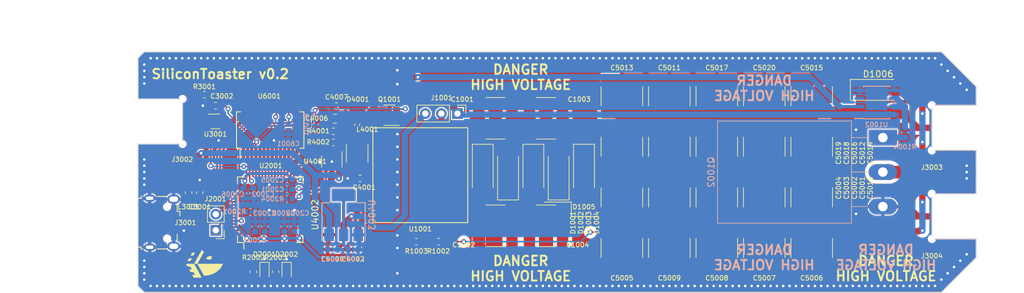
<source format=kicad_pcb>
(kicad_pcb (version 20241229) (generator "pcbnew") (generator_version "9.0")
  (title_block (title "Electromagnetic Fault Injector") (date "2019-10-29") (rev "0.1") (company "Ledger"))
  (layers (0 "F.Cu" signal) (2 "B.Cu" signal) (13 "F.Paste" user) (15 "B.Paste" user) (5 "F.SilkS" user "F.Silkscreen") (7 "B.SilkS" user "B.Silkscreen") (1 "F.Mask" user) (3 "B.Mask" user) (25 "Edge.Cuts" user))
  (net 0 "")
  (net 1 "GND")
  (net 2 "/mcu/20V_EN")
  (net 3 "Net-(C1001-Pad2)")
  (net 4 "/analog/ANTENNA_A")
  (net 5 "/analog/SHOOT")
  (net 6 "Net-(D1001-K)")
  (net 7 "Net-(D1002-K)")
  (net 8 "/analog/ANTENNA_B")
  (net 9 "+15V")
  (net 10 "Net-(D1003-K)")
  (net 11 "Net-(D1004-K)")
  (net 12 "Net-(U2001-VCAP_1)")
  (net 13 "Net-(U2001-VCAP_2)")
  (net 14 "+5V")
  (net 15 "+3V3A")
  (net 16 "+3V3")
  (net 17 "Net-(U6001-3V3OUT)")
  (net 18 "Net-(D2001-A)")
  (net 19 "Net-(D2002-A)")
  (net 20 "/ft232/RX")
  (net 21 "Net-(D4001-A)")
  (net 22 "Net-(J1001-Pin_2)")
  (net 23 "Net-(J2001-Pin_1)")
  (net 25 "Net-(J3002-In)")
  (net 26 "Net-(Q1001-Pad1)")
  (net 27 "/mcu/TIM1_CH1")
  (net 28 "/ft232/USBD+")
  (net 29 "/ft232/USBD-")
  (net 30 "Net-(Q1002-G)")
  (net 31 "/mcu/ADC123_IN0")
  (net 32 "Net-(R1004-Pad2)")
  (net 33 "Net-(U2001-PC13)")
  (net 34 "Net-(U2001-PC14)")
  (net 35 "Net-(U4001-FB)")
  (net 43 "/ft232/TX")
  (net 93 "/VBUS")
  (net 95 "/mcu/SW_SHOOT")
  (footprint "Resistor_SMD:R_0603_1608Metric" (layer "F.Cu") (at 53.5 34.75)
    (property "Reference" "R3001")
    (property "Value" "10k")
  )
  (footprint "Capacitor_SMD:C_0603_1608Metric" (layer "F.Cu") (at 73.75 59.25 180)
    (property "Reference" "C4004")
    (property "Value" "2.2µ")
  )
  (footprint "Capacitor_SMD:C_0603_1608Metric" (layer "F.Cu") (at 77 59.25 180)
    (property "Reference" "C4002")
    (property "Value" "2.2µ")
  )
  (footprint "Capacitor_SMD:C_0603_1608Metric" (layer "F.Cu") (at 78.1 48 180)
    (property "Reference" "C4001")
    (property "Value" "2.2µ")
  )
  (footprint "mykicadlibs:SCS-200L" (layer "F.Cu") (at 87.63 47.49 180)
    (property "Reference" "U1001")
    (property "Value" "SCS-200LD")
  )
  (footprint "Resistor_SMD:R_0603_1608Metric" (layer "F.Cu") (at 73.889 42.315607)
    (property "Reference" "R4002")
    (property "Value" "2k")
  )
  (footprint "Resistor_SMD:R_0603_1608Metric" (layer "F.Cu") (at 73.889 40.565607 180)
    (property "Reference" "R4001")
    (property "Value" "22.1k")
  )
  (footprint "Capacitor_SMD:C_0603_1608Metric" (layer "F.Cu") (at 74.389 36.565607)
    (property "Reference" "C4007")
    (property "Value" "100n")
  )
  (footprint "Capacitor_SMD:C_0805_2012Metric" (layer "F.Cu") (at 74.139 38.565607 180)
    (property "Reference" "C4006")
    (property "Value" "22u")
  )
  (footprint "Inductor_SMD:L_1812_4532Metric" (layer "F.Cu") (at 77.639 44.065607 90)
    (property "Reference" "L4001")
    (property "Value" "10µ")
  )
  (footprint "Package_TO_SOT_SMD:SOT-23-5" (layer "F.Cu") (at 73.639 45.315607 -90)
    (property "Reference" "U4001")
    (property "Value" "MIC2288")
  )
  (footprint "Diode_SMD:D_Powermite_AK" (layer "F.Cu") (at 77.639 38.565607 -90)
    (property "Reference" "D4001")
    (property "Value" "MBRM140T3")
  )
  (footprint "Package_QFP:LQFP-64_10x10mm_P0.5mm" (layer "F.Cu") (at 63.9 52.95 90)
    (property "Reference" "U2001")
    (property "Value" "STM32F205RETx")
  )
  (footprint "Package_SO:SSOP-28_5.3x10.2mm_P0.65mm" (layer "F.Cu") (at 63.9 40.35 90)
    (property "Reference" "U6001")
    (property "Value" "FT232RL")
  )
  (footprint "Package_TO_SOT_SMD:SOT-23-6" (layer "F.Cu") (at 82.75 38 180)
    (property "Reference" "Q1001")
    (property "Value" "STT6N3LLH6")
  )
  (footprint "Connector_PinHeader_2.54mm:PinHeader_1x03_P2.54mm_Vertical" (layer "F.Cu") (at 93.5 37.75 -90)
    (property "Reference" "J1001")
    (property "Value" "Conn_01x03")
  )
  (footprint "Capacitor_SMD:C_0603_1608Metric" (layer "F.Cu") (at 52.75 50.25 -90)
    (property "Reference" "C3001")
    (property "Value" "100n")
  )
  (footprint "Resistor_SMD:R_0603_1608Metric" (layer "F.Cu") (at 87 58 180)
    (property "Reference" "R1003")
    (property "Value" "10k")
  )
  (footprint "Resistor_SMD:R_0603_1608Metric" (layer "F.Cu") (at 90.5 58 180)
    (property "Reference" "R1002")
    (property "Value" "10M")
  )
  (footprint "Diode_SMD:D_SMA_Handsoldering" (layer "F.Cu") (at 113.5 47 -90)
    (property "Reference" "D1005")
    (property "Value" "US1K-E3/61T")
  )
  (footprint "Capacitor_SMD:C_2225_5664Metric_Pad1.80x6.60mm_HandSolder" (layer "F.Cu") (at 107.5 55.5 180)
    (property "Reference" "C1004")
    (property "Value" "150n")
  )
  (footprint "Diode_SMD:D_SMA_Handsoldering" (layer "F.Cu") (at 101.5 47 90)
    (property "Reference" "D1002")
    (property "Value" "US1K-E3/61T")
  )
  (footprint "Capacitor_SMD:C_2225_5664Metric_Pad1.80x6.60mm_HandSolder" (layer "F.Cu") (at 107.5 38.5 180)
    (property "Reference" "C1003")
    (property "Value" "150n")
  )
  (footprint "Capacitor_SMD:C_2225_5664Metric_Pad1.80x6.60mm_HandSolder" (layer "F.Cu") (at 99.5 55.5)
    (property "Reference" "C1002")
    (property "Value" "150n")
  )
  (footprint "Diode_SMD:D_SMA_Handsoldering" (layer "F.Cu") (at 105.5 47 -90)
    (property "Reference" "D1003")
    (property "Value" "US1K-E3/61T")
  )
  (footprint "Diode_SMD:D_SMA_Handsoldering" (layer "F.Cu") (at 97.5 47 -90)
    (property "Reference" "D1001")
    (property "Value" "US1K-E3/61T")
  )
  (footprint "Diode_SMD:D_SMA_Handsoldering" (layer "F.Cu") (at 109.5 47 90)
    (property "Reference" "D1004")
    (property "Value" "US1K-E3/61T")
  )
  (footprint "Capacitor_SMD:C_2225_5664Metric_Pad1.80x6.60mm_HandSolder" (layer "F.Cu") (at 99.5 38.5 180)
    (property "Reference" "C1001")
    (property "Value" "150n")
  )
  (footprint "Capacitor_SMD:C_2225_5664Metric_Pad1.80x6.60mm_HandSolder" (layer "F.Cu") (at 134.5 43 90)
    (property "Reference" "C5016")
    (property "Value" "100n")
  )
  (footprint "Capacitor_SMD:C_2225_5664Metric_Pad1.80x6.60mm_HandSolder" (layer "F.Cu") (at 119.5 35 -90)
    (property "Reference" "C5013")
    (property "Value" "100n")
  )
  (footprint "Capacitor_SMD:C_2225_5664Metric_Pad1.80x6.60mm_HandSolder" (layer "F.Cu") (at 127 35 -90)
    (property "Reference" "C5011")
    (property "Value" "100n")
  )
  (footprint "Capacitor_SMD:C_2225_5664Metric_Pad1.80x6.60mm_HandSolder" (layer "F.Cu") (at 119.5 59 90)
    (property "Reference" "C5005")
    (property "Value" "100n")
  )
  (footprint "Capacitor_SMD:C_2225_5664Metric_Pad1.80x6.60mm_HandSolder" (layer "F.Cu") (at 142 35 -90)
    (property "Reference" "C5020")
    (property "Value" "100n")
  )
  (footprint "Capacitor_SMD:C_2225_5664Metric_Pad1.80x6.60mm_HandSolder" (layer "F.Cu") (at 142 59 90)
    (property "Reference" "C5007")
    (property "Value" "100n")
  )
  (footprint "Capacitor_SMD:C_2225_5664Metric_Pad1.80x6.60mm_HandSolder" (layer "F.Cu") (at 119.5 51 -90)
    (property "Reference" "C5004")
    (property "Value" "100n")
  )
  (footprint "Capacitor_SMD:C_2225_5664Metric_Pad1.80x6.60mm_HandSolder" (layer "F.Cu") (at 142 43 90)
    (property "Reference" "C5012")
    (property "Value" "100n")
  )
  (footprint "Capacitor_SMD:C_2225_5664Metric_Pad1.80x6.60mm_HandSolder" (layer "F.Cu") (at 149.5 59 90)
    (property "Reference" "C5006")
    (property "Value" "100n")
  )
  (footprint "Capacitor_SMD:C_2225_5664Metric_Pad1.80x6.60mm_HandSolder" (layer "F.Cu") (at 127 51 -90)
    (property "Reference" "C5003")
    (property "Value" "100n")
  )
  (footprint "Capacitor_SMD:C_2225_5664Metric_Pad1.80x6.60mm_HandSolder" (layer "F.Cu") (at 149.5 51 -90)
    (property "Reference" "C5010")
    (property "Value" "100n")
  )
  (footprint "Capacitor_SMD:C_2225_5664Metric_Pad1.80x6.60mm_HandSolder" (layer "F.Cu") (at 119.5 43 90)
    (property "Reference" "C5019")
    (property "Value" "100n")
  )
  (footprint "Capacitor_SMD:C_2225_5664Metric_Pad1.80x6.60mm_HandSolder" (layer "F.Cu") (at 134.5 59 90)
    (property "Reference" "C5008")
    (property "Value" "100n")
  )
  (footprint "Capacitor_SMD:C_2225_5664Metric_Pad1.80x6.60mm_HandSolder" (layer "F.Cu") (at 127 43 90)
    (property "Reference" "C5018")
    (property "Value" "100n")
  )
  (footprint "Capacitor_SMD:C_2225_5664Metric_Pad1.80x6.60mm_HandSolder" (layer "F.Cu") (at 149.5 43 90)
    (property "Reference" "C5014")
    (property "Value" "100n")
  )
  (footprint "Capacitor_SMD:C_2225_5664Metric_Pad1.80x6.60mm_HandSolder" (layer "F.Cu") (at 149.5 35 -90)
    (property "Reference" "C5015")
    (property "Value" "100n")
  )
  (footprint "Capacitor_SMD:C_2225_5664Metric_Pad1.80x6.60mm_HandSolder" (layer "F.Cu") (at 134.5 35 -90)
    (property "Reference" "C5017")
    (property "Value" "100n")
  )
  (footprint "Capacitor_SMD:C_2225_5664Metric_Pad1.80x6.60mm_HandSolder" (layer "F.Cu") (at 127 59 90)
    (property "Reference" "C5009")
    (property "Value" "100n")
  )
  (footprint "Capacitor_SMD:C_2225_5664Metric_Pad1.80x6.60mm_HandSolder" (layer "F.Cu") (at 134.5 51 -90)
    (property "Reference" "C5002")
    (property "Value" "100n")
  )
  (footprint "Package_TO_SOT_SMD:SOT-223-3_TabPin2" (layer "F.Cu") (at 75.5 53.75 90)
    (property "Reference" "U4002")
    (property "Value" "LD1117S33TR_SOT223")
  )
  (footprint "Diode_SMD:D_0603_1608Metric" (layer "F.Cu") (at 66.5 62.75 -90)
    (property "Reference" "D2002")
    (property "Value" "green")
  )
  (footprint "Diode_SMD:D_0603_1608Metric" (layer "F.Cu") (at 63 62.75 -90)
    (property "Reference" "D2001")
    (property "Value" "red")
  )
  (footprint "Resistor_SMD:R_0603_1608Metric" (layer "F.Cu") (at 61.25 62.75 90)
    (property "Reference" "R2002")
    (property "Value" "64.9")
  )
  (footprint "Resistor_SMD:R_0603_1608Metric" (layer "F.Cu") (at 64.75 62.75 90)
    (property "Reference" "R2003")
    (property "Value" "64.9")
  )
  (footprint "Connector_PinHeader_2.54mm:PinHeader_1x02_P2.54mm_Vertical" (layer "F.Cu") (at 55.3 56.2 180)
    (property "Reference" "J2001")
    (property "Value" "Conn_01x02")
  )
  (footprint "mykicadlibs:SAMTEC_SMA_J_P_H_ST_EM3" (layer "F.Cu") (at 43.05 39)
    (property "Reference" "J3002")
    (property "Value" "Conn_Coaxial")
  )
  (footprint "Connector_USB:USB_Micro-B_Wuerth_629105150521" (layer "F.Cu") (at 46.8 55 -90)
    (property "Reference" "J3001")
    (property "Value" "USB_B_Micro")
  )
  (footprint "mykicadlibs:SAMTEC_SMA_J_P_H_ST_EM3" (layer "F.Cu") (at 175.5 40 180)
    (property "Reference" "J3003")
    (property "Value" "Conn_Coaxial")
  )
  (footprint "Inductor_SMD:L_0603_1608Metric" (layer "F.Cu") (at 51 50.25 90)
    (property "Reference" "L3001")
    (property "Value" "Ferrite_Bead_Small")
  )
  (footprint "mykicadlibs:SAMTEC_SMA_J_P_H_ST_EM3" (layer "F.Cu") (at 175.5 54 180)
    (property "Reference" "J3004")
    (property "Value" "Conn_Coaxial")
  )
  (footprint "Capacitor_SMD:C_2225_5664Metric_Pad1.80x6.60mm_HandSolder" (layer "F.Cu") (at 142 51 -90)
    (property "Reference" "C5001")
    (property "Value" "100n")
  )
  (footprint "mykicadlibs:donjon-2000" (layer "F.Cu") (at 53.5 61.5 90)
    (property "Reference" "LOGO3001" (hide yes))
    (property "Value" "DUNGEON_LOGO" (hide yes))
  )
  (footprint "Diode_SMD:D_SMA_Handsoldering" (layer "F.Cu") (at 160 34)
    (property "Reference" "D1006")
    (property "Value" "US1K-E3/61T")
  )
  (footprint "Package_TO_SOT_SMD:SOT-353_SC-70-5" (layer "F.Cu") (at 55.25 39)
    (property "Reference" "U3001")
    (property "Value" "74LVC1G32")
  )
  (footprint "Capacitor_SMD:C_0603_1608Metric" (layer "F.Cu") (at 55.25 36.5)
    (property "Reference" "C3002")
    (property "Value" "100n")
  )
  (footprint "Capacitor_SMD:C_0603_1608Metric" (layer "B.Cu") (at 77 59.25)
    (property "Reference" "C4005")
    (property "Value" "2.2µ")
  )
  (footprint "Capacitor_SMD:C_0603_1608Metric" (layer "B.Cu") (at 73.75 59.25)
    (property "Reference" "C4003")
    (property "Value" "2.2µ")
  )
  (footprint "Resistor_SMD:R_0603_1608Metric" (layer "B.Cu") (at 66.55 51.25)
    (property "Reference" "R2004")
    (property "Value" "10k")
  )
  (footprint "Capacitor_SMD:C_0603_1608Metric" (layer "B.Cu") (at 61.5 55.6 90)
    (property "Reference" "C2007")
    (property "Value" "100n")
  )
  (footprint "Capacitor_SMD:C_0603_1608Metric" (layer "B.Cu") (at 63.05 55.6 90)
    (property "Reference" "C2003")
    (property "Value" "100n")
  )
  (footprint "Capacitor_SMD:C_0603_1608Metric" (layer "B.Cu") (at 66.8 40.2 -90)
    (property "Reference" "C6001")
    (property "Value" "100n")
  )
  (footprint "Capacitor_SMD:C_0603_1608Metric" (layer "B.Cu") (at 66.55 48.15 180)
    (property "Reference" "C2005")
    (property "Value" "100n")
  )
  (footprint "Capacitor_SMD:C_0603_1608Metric" (layer "B.Cu") (at 67.7 55.6 90)
    (property "Reference" "C2004")
    (property "Value" "100n")
  )
  (footprint "Capacitor_SMD:C_0603_1608Metric" (layer "B.Cu") (at 66.55 49.7 180)
    (property "Reference" "C2001")
    (property "Value" "2.2µ")
  )
  (footprint "Capacitor_SMD:C_0603_1608Metric" (layer "B.Cu") (at 61.2 50.35 -90)
    (property "Reference" "C2002")
    (property "Value" "2.2µ")
  )
  (footprint "Capacitor_SMD:C_0603_1608Metric" (layer "B.Cu") (at 66.15 55.6 90)
    (property "Reference" "C2008")
    (property "Value" "100n")
  )
  (footprint "Capacitor_SMD:C_0603_1608Metric" (layer "B.Cu") (at 59.65 50.35 -90)
    (property "Reference" "C2006")
    (property "Value" "100n")
  )
  (footprint "Resistor_SMD:R_0603_1608Metric" (layer "B.Cu") (at 60.75 53.3 180)
    (property "Reference" "R2001")
    (property "Value" "10k")
  )
  (footprint "Resistor_SMD:R_0603_1608Metric" (layer "B.Cu") (at 164.25 40.75 90)
    (property "Reference" "R1004")
    (property "Value" "4.99")
  )
  (footprint "Package_TO_SOT_SMD:SOT-223-3_TabPin2" (layer "B.Cu") (at 75.511079 53.764277 90)
    (property "Reference" "U4003")
    (property "Value" "LD1117S33TR_SOT223")
  )
  (footprint "Package_SO:SOIC-8_3.9x4.9mm_P1.27mm" (layer "B.Cu") (at 159.75 36)
    (property "Reference" "U1002")
    (property "Value" "MCP1407-E/SN")
  )
  (footprint "Resistor_SMD:R_0603_1608Metric" (layer "B.Cu") (at 71 39.5 -90)
    (property "Reference" "R1001")
    (property "Value" "10M")
  )
  (footprint "mykicadlibs:TO-247-3_Horizontal_TabDown_NoTabDrill" (layer "B.Cu") (at 160.75 41.55 -90)
    (property "Reference" "Q1002")
    (property "Value" "IKW40N120H3FKSA1")
  )
  (gr_line (start 111.5 51.75) (end 107.25 51.75) (stroke (width 0.125)) (layer "F.SilkS"))
  (gr_line (start 115.75 54) (end 111.5 54) (stroke (width 0.125)) (layer "F.SilkS"))
  (gr_line (start 111.5 54) (end 111.5 51.75) (stroke (width 0.125)) (layer "F.SilkS"))
  (gr_line (start 175.5 33.5) (end 170 28) (stroke (width 0.15)) (layer "Edge.Cuts"))
  (gr_line (start 170 28) (end 44 28) (stroke (width 0.15)) (layer "Edge.Cuts"))
  (gr_line (start 175.5 57.56) (end 168.5 57.56) (stroke (width 0.15)) (layer "Edge.Cuts"))
  (gr_line (start 168.5 50.44) (end 175.5 50.44) (stroke (width 0.15)) (layer "Edge.Cuts"))
  (gr_line (start 168.5 57.56) (end 168.5 50.44) (stroke (width 0.15)) (layer "Edge.Cuts"))
  (gr_line (start 175.5 50.44) (end 175.5 43.56) (stroke (width 0.15)) (layer "Edge.Cuts"))
  (gr_line (start 168.5 43.56) (end 168.5 36.44) (stroke (width 0.15)) (layer "Edge.Cuts"))
  (gr_line (start 43 29) (end 44 28) (stroke (width 0.15)) (layer "Edge.Cuts"))
  (gr_line (start 50.05 42.56) (end 43 42.56) (stroke (width 0.15)) (layer "Edge.Cuts"))
  (gr_line (start 175.5 60.5) (end 170 66) (stroke (width 0.15)) (layer "Edge.Cuts"))
  (gr_line (start 44 66) (end 43 65) (stroke (width 0.15)) (layer "Edge.Cuts"))
  (gr_line (start 50.05 35.44) (end 50.05 42.56) (stroke (width 0.15)) (layer "Edge.Cuts"))
  (gr_line (start 175.5 36.44) (end 175.5 33.5) (stroke (width 0.15)) (layer "Edge.Cuts"))
  (gr_line (start 168.5 36.44) (end 175.5 36.44) (stroke (width 0.15)) (layer "Edge.Cuts"))
  (gr_line (start 170 66) (end 44 66) (stroke (width 0.15)) (layer "Edge.Cuts"))
  (gr_line (start 175.5 43.56) (end 168.5 43.56) (stroke (width 0.15)) (layer "Edge.Cuts"))
  (gr_line (start 50.05 35.44) (end 43 35.44) (stroke (width 0.15)) (layer "Edge.Cuts"))
  (gr_line (start 43 29) (end 43 35.44) (stroke (width 0.15)) (layer "Edge.Cuts"))
  (gr_line (start 175.5 57.56) (end 175.5 60.5) (stroke (width 0.15)) (layer "Edge.Cuts"))
  (gr_line (start 43 65) (end 43 42.56) (stroke (width 0.15)) (layer "Edge.Cuts"))
  (gr_text "SiliconToaster v0.2" (at 56 31.5 0) (layer "F.SilkS") (effects (font (size 1.5 1.5) (thickness 0.3))))
  (gr_text "DANGER\nHIGH VOLTAGE" (at 103.5 62.25 0) (layer "F.SilkS") (effects (font (size 1.5 1.5) (thickness 0.3))))
  (gr_text "DANGER\nHIGH VOLTAGE" (at 103.5 32 0) (layer "F.SilkS") (effects (font (size 1.5 1.5) (thickness 0.3))))
  (gr_text "DANGER\nHIGH VOLTAGE" (at 161.25 62.25 0) (layer "F.SilkS") (effects (font (size 1.5 1.5) (thickness 0.3))))
  (gr_text "DANGER\nHIGH VOLTAGE" (at 142 60.5 0) (layer "B.SilkS") (effects (font (size 1.5 1.5) (thickness 0.3)) (justify mirror)))
  (gr_text "DANGER\nHIGH VOLTAGE" (at 142 33.75 0) (layer "B.SilkS") (effects (font (size 1.5 1.5) (thickness 0.3)) (justify mirror)))
  (gr_text "DANGER\nHIGH VOLTAGE" (at 161.25 60.5 0) (layer "B.SilkS") (effects (font (size 1.5 1.5) (thickness 0.3)) (justify mirror)))
  (segment (start 73.639 44.215607) (end 73.639 43.375655) (width 0.75) (layer "F.Cu") (net 1))
  (segment (start 74.214888 42.799767) (end 74.214888 42.777219) (width 0.75) (layer "F.Cu") (net 1))
  (segment (start 73.6015 38.165607) (end 73.2015 38.565607) (width 0.75) (layer "F.Cu") (net 1))
  (segment (start 74.214888 42.777219) (end 74.6765 42.315607) (width 0.75) (layer "F.Cu") (net 1))
  (segment (start 73.2015 38.868059) (end 73.2015 38.565607) (width 0.75) (layer "F.Cu") (net 1))
  (segment (start 73.639 43.375655) (end 74.214888 42.799767) (width 0.75) (layer "F.Cu") (net 1))
  (segment (start 73.6015 36.565607) (end 73.6015 38.165607) (width 0.75) (layer "F.Cu") (net 1))
  (segment (start 71.73899 40.330569) (end 73.2015 38.868059) (width 0.75) (layer "F.Cu") (net 1))
  (segment (start 96.875 55.5) (end 96.875 58.9) (width 2) (layer "F.Cu") (net 1))
  (segment (start 96.875 58.9) (end 99.6 61.625) (width 2) (layer "F.Cu") (net 1))
  (segment (start 72.9625 57.1375) (end 73.2 56.9) (width 0.5) (layer "F.Cu") (net 1))
  (segment (start 52.75 49.4625) (end 52.75 48.25) (width 0.5) (layer "F.Cu") (net 1))
  (segment (start 119.5 61.625) (end 149.5 61.625) (width 2) (layer "F.Cu") (net 1))
  (segment (start 72.9625 59.25) (end 72.9625 57.1375) (width 0.5) (layer "F.Cu") (net 1))
  (segment (start 93.465 53.325) (end 94.7 53.325) (width 2) (layer "F.Cu") (net 1))
  (segment (start 73.639 45.339) (end 73.65 45.35) (width 0.7) (layer "F.Cu") (net 1))
  (segment (start 146.75 45.625) (end 149.5 45.625) (width 2) (layer "F.Cu") (net 1))
  (segment (start 116.1 61.625) (end 119.5 61.625) (width 2) (layer "F.Cu") (net 1))
  (segment (start 94.7 53.325) (end 96.875 55.5) (width 2) (layer "F.Cu") (net 1))
  (segment (start 96.875 55.5) (end 96.875 50.125) (width 2) (layer "F.Cu") (net 1))
  (segment (start 73.639 44.215607) (end 73.639 45.339) (width 0.7) (layer "F.Cu") (net 1))
  (segment (start 96.875 50.125) (end 97.5 49.5) (width 2) (layer "F.Cu") (net 1))
  (segment (start 63 61.9625) (end 63 60.75) (width 0.25) (layer "F.Cu") (net 1))
  (segment (start 66.5 61.9625) (end 66.5 60.75) (width 0.25) (layer "F.Cu") (net 1))
  (segment (start 119.5 32.375) (end 149.5 32.375) (width 2) (layer "F.Cu") (net 1))
  (segment (start 54.2875 36.325) (end 54.4625 36.5) (width 0.25) (layer "F.Cu") (net 1))
  (segment (start 54.4625 36.5) (end 53.25 36.5) (width 0.25) (layer "F.Cu") (net 1))
  (segment (start 71.73899 40.330569) (end 71.73899 45.35) (width 0.7) (layer "F.Cu") (net 1))
  (segment (start 77.3125 48) (end 76.15 48) (width 0.25) (layer "F.Cu") (net 1))
  (segment (start 99.6 61.625) (end 116.1 61.625) (width 2) (layer "F.Cu") (net 1))
  (segment (start 54.2875 34.75) (end 54.2875 36.325) (width 0.25) (layer "F.Cu") (net 1))
  (via (at 44 45) (size 0.8) (drill 0.4) (layers "F.Cu" "B.Cu") (net 1))
  (via (at 44 49) (size 0.8) (drill 0.4) (layers "F.Cu" "B.Cu") (net 1))
  (via (at 44 48) (size 0.8) (drill 0.4) (layers "F.Cu" "B.Cu") (net 1))
  (via (at 44 47) (size 0.8) (drill 0.4) (layers "F.Cu" "B.Cu") (net 1))
  (via (at 44 46) (size 0.8) (drill 0.4) (layers "F.Cu" "B.Cu") (net 1))
  (via (at 44 33) (size 0.8) (drill 0.4) (layers "F.Cu" "B.Cu") (net 1))
  (via (at 44 32) (size 0.8) (drill 0.4) (layers "F.Cu" "B.Cu") (net 1))
  (via (at 44 31) (size 0.8) (drill 0.4) (layers "F.Cu" "B.Cu") (net 1))
  (via (at 44 30) (size 0.8) (drill 0.4) (layers "F.Cu" "B.Cu") (net 1))
  (via (at 45 29) (size 0.8) (drill 0.4) (layers "F.Cu" "B.Cu") (net 1))
  (via (at 46 29) (size 0.8) (drill 0.4) (layers "F.Cu" "B.Cu") (net 1))
  (via (at 47 29) (size 0.8) (drill 0.4) (layers "F.Cu" "B.Cu") (net 1))
  (via (at 48 29) (size 0.8) (drill 0.4) (layers "F.Cu" "B.Cu") (net 1))
  (via (at 49 29) (size 0.8) (drill 0.4) (layers "F.Cu" "B.Cu") (net 1))
  (via (at 50 29) (size 0.8) (drill 0.4) (layers "F.Cu" "B.Cu") (net 1))
  (via (at 51 29) (size 0.8) (drill 0.4) (layers "F.Cu" "B.Cu") (net 1))
  (via (at 52 29) (size 0.8) (drill 0.4) (layers "F.Cu" "B.Cu") (net 1))
  (via (at 53 29) (size 0.8) (drill 0.4) (layers "F.Cu" "B.Cu") (net 1))
  (via (at 60 29) (size 0.8) (drill 0.4) (layers "F.Cu" "B.Cu") (net 1))
  (via (at 56 29) (size 0.8) (drill 0.4) (layers "F.Cu" "B.Cu") (net 1))
  (via (at 62 29) (size 0.8) (drill 0.4) (layers "F.Cu" "B.Cu") (net 1))
  (via (at 58 29) (size 0.8) (drill 0.4) (layers "F.Cu" "B.Cu") (net 1))
  (via (at 55 29) (size 0.8) (drill 0.4) (layers "F.Cu" "B.Cu") (net 1))
  (via (at 59 29) (size 0.8) (drill 0.4) (layers "F.Cu" "B.Cu") (net 1))
  (via (at 54 29) (size 0.8) (drill 0.4) (layers "F.Cu" "B.Cu") (net 1))
  (via (at 61 29) (size 0.8) (drill 0.4) (layers "F.Cu" "B.Cu") (net 1))
  (via (at 57 29) (size 0.8) (drill 0.4) (layers "F.Cu" "B.Cu") (net 1))
  (via (at 78 29) (size 0.8) (drill 0.4) (layers "F.Cu" "B.Cu") (net 1))
  (via (at 75 29) (size 0.8) (drill 0.4) (layers "F.Cu" "B.Cu") (net 1))
  (via (at 68 29) (size 0.8) (drill 0.4) (layers "F.Cu" "B.Cu") (net 1))
  (via (at 64 29) (size 0.8) (drill 0.4) (layers "F.Cu" "B.Cu") (net 1))
  (via (at 79 29) (size 0.8) (drill 0.4) (layers "F.Cu" "B.Cu") (net 1))
  (via (at 70 29) (size 0.8) (drill 0.4) (layers "F.Cu" "B.Cu") (net 1))
  (via (at 66 29) (size 0.8) (drill 0.4) (layers "F.Cu" "B.Cu") (net 1))
  (via (at 63 29) (size 0.8) (drill 0.4) (layers "F.Cu" "B.Cu") (net 1))
  (via (at 67 29) (size 0.8) (drill 0.4) (layers "F.Cu" "B.Cu") (net 1))
  (via (at 72 29) (size 0.8) (drill 0.4) (layers "F.Cu" "B.Cu") (net 1))
  (via (at 76 29) (size 0.8) (drill 0.4) (layers "F.Cu" "B.Cu") (net 1))
  (via (at 69 29) (size 0.8) (drill 0.4) (layers "F.Cu" "B.Cu") (net 1))
  (via (at 71 29) (size 0.8) (drill 0.4) (layers "F.Cu" "B.Cu") (net 1))
  (via (at 73 29) (size 0.8) (drill 0.4) (layers "F.Cu" "B.Cu") (net 1))
  (via (at 74 29) (size 0.8) (drill 0.4) (layers "F.Cu" "B.Cu") (net 1))
  (via (at 65 29) (size 0.8) (drill 0.4) (layers "F.Cu" "B.Cu") (net 1))
  (via (at 77 29) (size 0.8) (drill 0.4) (layers "F.Cu" "B.Cu") (net 1))
  (via (at 84 29) (size 0.8) (drill 0.4) (layers "F.Cu" "B.Cu") (net 1))
  (via (at 92 29) (size 0.8) (drill 0.4) (layers "F.Cu" "B.Cu") (net 1))
  (via (at 87 29) (size 0.8) (drill 0.4) (layers "F.Cu" "B.Cu") (net 1))
  (via (at 91 29) (size 0.8) (drill 0.4) (layers "F.Cu" "B.Cu") (net 1))
  (via (at 93 29) (size 0.8) (drill 0.4) (layers "F.Cu" "B.Cu") (net 1))
  (via (at 90 29) (size 0.8) (drill 0.4) (layers "F.Cu" "B.Cu") (net 1))
  (via (at 80 29) (size 0.8) (drill 0.4) (layers "F.Cu" "B.Cu") (net 1))
  (via (at 86 29) (size 0.8) (drill 0.4) (layers "F.Cu" "B.Cu") (net 1))
  (via (at 95 29) (size 0.8) (drill 0.4) (layers "F.Cu" "B.Cu") (net 1))
  (via (at 88 29) (size 0.8) (drill 0.4) (layers "F.Cu" "B.Cu") (net 1))
  (via (at 89 29) (size 0.8) (drill 0.4) (layers "F.Cu" "B.Cu") (net 1))
  (via (at 96 29) (size 0.8) (drill 0.4) (layers "F.Cu" "B.Cu") (net 1))
  (via (at 81 29) (size 0.8) (drill 0.4) (layers "F.Cu" "B.Cu") (net 1))
  (via (at 94 29) (size 0.8) (drill 0.4) (layers "F.Cu" "B.Cu") (net 1))
  (via (at 83 29) (size 0.8) (drill 0.4) (layers "F.Cu" "B.Cu") (net 1))
  (via (at 85 29) (size 0.8) (drill 0.4) (layers "F.Cu" "B.Cu") (net 1))
  (via (at 82 29) (size 0.8) (drill 0.4) (layers "F.Cu" "B.Cu") (net 1))
  (via (at 100 29) (size 0.8) (drill 0.4) (layers "F.Cu" "B.Cu") (net 1))
  (via (at 99 29) (size 0.8) (drill 0.4) (layers "F.Cu" "B.Cu") (net 1))
  (via (at 112 29) (size 0.8) (drill 0.4) (layers "F.Cu" "B.Cu") (net 1))
  (via (at 101 29) (size 0.8) (drill 0.4) (layers "F.Cu" "B.Cu") (net 1))
  (via (at 98 29) (size 0.8) (drill 0.4) (layers "F.Cu" "B.Cu") (net 1))
  (via (at 107 29) (size 0.8) (drill 0.4) (layers "F.Cu" "B.Cu") (net 1))
  (via (at 105 29) (size 0.8) (drill 0.4) (layers "F.Cu" "B.Cu") (net 1))
  (via (at 109 29) (size 0.8) (drill 0.4) (layers "F.Cu" "B.Cu") (net 1))
  (via (at 119 29) (size 0.8) (drill 0.4) (layers "F.Cu" "B.Cu") (net 1))
  (via (at 110 29) (size 0.8) (drill 0.4) (layers "F.Cu" "B.Cu") (net 1))
  (via (at 118 29) (size 0.8) (drill 0.4) (layers "F.Cu" "B.Cu") (net 1))
  (via (at 103 29) (size 0.8) (drill 0.4) (layers "F.Cu" "B.Cu") (net 1))
  (via (at 108 29) (size 0.8) (drill 0.4) (layers "F.Cu" "B.Cu") (net 1))
  (via (at 97 29) (size 0.8) (drill 0.4) (layers "F.Cu" "B.Cu") (net 1))
  (via (at 111 29) (size 0.8) (drill 0.4) (layers "F.Cu" "B.Cu") (net 1))
  (via (at 104 29) (size 0.8) (drill 0.4) (layers "F.Cu" "B.Cu") (net 1))
  (via (at 116 29) (size 0.8) (drill 0.4) (layers "F.Cu" "B.Cu") (net 1))
  (via (at 106 29) (size 0.8) (drill 0.4) (layers "F.Cu" "B.Cu") (net 1))
  (via (at 113 29) (size 0.8) (drill 0.4) (layers "F.Cu" "B.Cu") (net 1))
  (via (at 117 29) (size 0.8) (drill 0.4) (layers "F.Cu" "B.Cu") (net 1))
  (via (at 121 29) (size 0.8) (drill 0.4) (layers "F.Cu" "B.Cu") (net 1))
  (via (at 114 29) (size 0.8) (drill 0.4) (layers "F.Cu" "B.Cu") (net 1))
  (via (at 115 29) (size 0.8) (drill 0.4) (layers "F.Cu" "B.Cu") (net 1))
  (via (at 102 29) (size 0.8) (drill 0.4) (layers "F.Cu" "B.Cu") (net 1))
  (via (at 120 29) (size 0.8) (drill 0.4) (layers "F.Cu" "B.Cu") (net 1))
  (via (at 140 29) (size 0.8) (drill 0.4) (layers "F.Cu" "B.Cu") (net 1))
  (via (at 132 29) (size 0.8) (drill 0.4) (layers "F.Cu" "B.Cu") (net 1))
  (via (at 141 29) (size 0.8) (drill 0.4) (layers "F.Cu" "B.Cu") (net 1))
  (via (at 124 29) (size 0.8) (drill 0.4) (layers "F.Cu" "B.Cu") (net 1))
  (via (at 145 29) (size 0.8) (drill 0.4) (layers "F.Cu" "B.Cu") (net 1))
  (via (at 142 29) (size 0.8) (drill 0.4) (layers "F.Cu" "B.Cu") (net 1))
  (via (at 126 29) (size 0.8) (drill 0.4) (layers "F.Cu" "B.Cu") (net 1))
  (via (at 123 29) (size 0.8) (drill 0.4) (layers "F.Cu" "B.Cu") (net 1))
  (via (at 146 29) (size 0.8) (drill 0.4) (layers "F.Cu" "B.Cu") (net 1))
  (via (at 122 29) (size 0.8) (drill 0.4) (layers "F.Cu" "B.Cu") (net 1))
  (via (at 135 29) (size 0.8) (drill 0.4) (layers "F.Cu" "B.Cu") (net 1))
  (via (at 125 29) (size 0.8) (drill 0.4) (layers "F.Cu" "B.Cu") (net 1))
  (via (at 138 29) (size 0.8) (drill 0.4) (layers "F.Cu" "B.Cu") (net 1))
  (via (at 136 29) (size 0.8) (drill 0.4) (layers "F.Cu" "B.Cu") (net 1))
  (via (at 133 29) (size 0.8) (drill 0.4) (layers "F.Cu" "B.Cu") (net 1))
  (via (at 144 29) (size 0.8) (drill 0.4) (layers "F.Cu" "B.Cu") (net 1))
  (via (at 130 29) (size 0.8) (drill 0.4) (layers "F.Cu" "B.Cu") (net 1))
  (via (at 129 29) (size 0.8) (drill 0.4) (layers "F.Cu" "B.Cu") (net 1))
  (via (at 134 29) (size 0.8) (drill 0.4) (layers "F.Cu" "B.Cu") (net 1))
  (via (at 128 29) (size 0.8) (drill 0.4) (layers "F.Cu" "B.Cu") (net 1))
  (via (at 131 29) (size 0.8) (drill 0.4) (layers "F.Cu" "B.Cu") (net 1))
  (via (at 139 29) (size 0.8) (drill 0.4) (layers "F.Cu" "B.Cu") (net 1))
  (via (at 137 29) (size 0.8) (drill 0.4) (layers "F.Cu" "B.Cu") (net 1))
  (via (at 127 29) (size 0.8) (drill 0.4) (layers "F.Cu" "B.Cu") (net 1))
  (via (at 143 29) (size 0.8) (drill 0.4) (layers "F.Cu" "B.Cu") (net 1))
  (via (at 158 29) (size 0.8) (drill 0.4) (layers "F.Cu" "B.Cu") (net 1))
  (via (at 157 29) (size 0.8) (drill 0.4) (layers "F.Cu" "B.Cu") (net 1))
  (via (at 151 29) (size 0.8) (drill 0.4) (layers "F.Cu" "B.Cu") (net 1))
  (via (at 147 29) (size 0.8) (drill 0.4) (layers "F.Cu" "B.Cu") (net 1))
  (via (at 149 29) (size 0.8) (drill 0.4) (layers "F.Cu" "B.Cu") (net 1))
  (via (at 150 29) (size 0.8) (drill 0.4) (layers "F.Cu" "B.Cu") (net 1))
  (via (at 155 29) (size 0.8) (drill 0.4) (layers "F.Cu" "B.Cu") (net 1))
  (via (at 154 29) (size 0.8) (drill 0.4) (layers "F.Cu" "B.Cu") (net 1))
  (via (at 153 29) (size 0.8) (drill 0.4) (layers "F.Cu" "B.Cu") (net 1))
  (via (at 156 29) (size 0.8) (drill 0.4) (layers "F.Cu" "B.Cu") (net 1))
  (via (at 148 29) (size 0.8) (drill 0.4) (layers "F.Cu" "B.Cu") (net 1))
  (via (at 152 29) (size 0.8) (drill 0.4) (layers "F.Cu" "B.Cu") (net 1))
  (via (at 159 29) (size 0.8) (drill 0.4) (layers "F.Cu" "B.Cu") (net 1))
  (via (at 160 29) (size 0.8) (drill 0.4) (layers "F.Cu" "B.Cu") (net 1))
  (via (at 161 29) (size 0.8) (drill 0.4) (layers "F.Cu" "B.Cu") (net 1))
  (via (at 162 29) (size 0.8) (drill 0.4) (layers "F.Cu" "B.Cu") (net 1))
  (via (at 163 29) (size 0.8) (drill 0.4) (layers "F.Cu" "B.Cu") (net 1))
  (via (at 164 29) (size 0.8) (drill 0.4) (layers "F.Cu" "B.Cu") (net 1))
  (via (at 164 65) (size 0.8) (drill 0.4) (layers "F.Cu" "B.Cu") (net 1))
  (via (at 163 65) (size 0.8) (drill 0.4) (layers "F.Cu" "B.Cu") (net 1))
  (via (at 162 65) (size 0.8) (drill 0.4) (layers "F.Cu" "B.Cu") (net 1))
  (via (at 161 65) (size 0.8) (drill 0.4) (layers "F.Cu" "B.Cu") (net 1))
  (via (at 160 65) (size 0.8) (drill 0.4) (layers "F.Cu" "B.Cu") (net 1))
  (via (at 158 65) (size 0.8) (drill 0.4) (layers "F.Cu" "B.Cu") (net 1))
  (via (at 159 65) (size 0.8) (drill 0.4) (layers "F.Cu" "B.Cu") (net 1))
  (via (at 157 65) (size 0.8) (drill 0.4) (layers "F.Cu" "B.Cu") (net 1))
  (via (at 155 65) (size 0.8) (drill 0.4) (layers "F.Cu" "B.Cu") (net 1))
  (via (at 152 65) (size 0.8) (drill 0.4) (layers "F.Cu" "B.Cu") (net 1))
  (via (at 156 65) (size 0.8) (drill 0.4) (layers "F.Cu" "B.Cu") (net 1))
  (via (at 153 65) (size 0.8) (drill 0.4) (layers "F.Cu" "B.Cu") (net 1))
  (via (at 154 65) (size 0.8) (drill 0.4) (layers "F.Cu" "B.Cu") (net 1))
  (via (at 150 65) (size 0.8) (drill 0.4) (layers "F.Cu" "B.Cu") (net 1))
  (via (at 147 65) (size 0.8) (drill 0.4) (layers "F.Cu" "B.Cu") (net 1))
  (via (at 148 65) (size 0.8) (drill 0.4) (layers "F.Cu" "B.Cu") (net 1))
  (via (at 151 65) (size 0.8) (drill 0.4) (layers "F.Cu" "B.Cu") (net 1))
  (via (at 146 65) (size 0.8) (drill 0.4) (layers "F.Cu" "B.Cu") (net 1))
  (via (at 149 65) (size 0.8) (drill 0.4) (layers "F.Cu" "B.Cu") (net 1))
  (via (at 145 65) (size 0.8) (drill 0.4) (layers "F.Cu" "B.Cu") (net 1))
  (via (at 143 65) (size 0.8) (drill 0.4) (layers "F.Cu" "B.Cu") (net 1))
  (via (at 142 65) (size 0.8) (drill 0.4) (layers "F.Cu" "B.Cu") (net 1))
  (via (at 141 65) (size 0.8) (drill 0.4) (layers "F.Cu" "B.Cu") (net 1))
  (via (at 140 65) (size 0.8) (drill 0.4) (layers "F.Cu" "B.Cu") (net 1))
  (via (at 144 65) (size 0.8) (drill 0.4) (layers "F.Cu" "B.Cu") (net 1))
  (via (at 128 65) (size 0.8) (drill 0.4) (layers "F.Cu" "B.Cu") (net 1))
  (via (at 126 65) (size 0.8) (drill 0.4) (layers "F.Cu" "B.Cu") (net 1))
  (via (at 125 65) (size 0.8) (drill 0.4) (layers "F.Cu" "B.Cu") (net 1))
  (via (at 133 65) (size 0.8) (drill 0.4) (layers "F.Cu" "B.Cu") (net 1))
  (via (at 130 65) (size 0.8) (drill 0.4) (layers "F.Cu" "B.Cu") (net 1))
  (via (at 138 65) (size 0.8) (drill 0.4) (layers "F.Cu" "B.Cu") (net 1))
  (via (at 131 65) (size 0.8) (drill 0.4) (layers "F.Cu" "B.Cu") (net 1))
  (via (at 135 65) (size 0.8) (drill 0.4) (layers "F.Cu" "B.Cu") (net 1))
  (via (at 139 65) (size 0.8) (drill 0.4) (layers "F.Cu" "B.Cu") (net 1))
  (via (at 134 65) (size 0.8) (drill 0.4) (layers "F.Cu" "B.Cu") (net 1))
  (via (at 136 65) (size 0.8) (drill 0.4) (layers "F.Cu" "B.Cu") (net 1))
  (via (at 124 65) (size 0.8) (drill 0.4) (layers "F.Cu" "B.Cu") (net 1))
  (via (at 129 65) (size 0.8) (drill 0.4) (layers "F.Cu" "B.Cu") (net 1))
  (via (at 127 65) (size 0.8) (drill 0.4) (layers "F.Cu" "B.Cu") (net 1))
  (via (at 132 65) (size 0.8) (drill 0.4) (layers "F.Cu" "B.Cu") (net 1))
  (via (at 137 65) (size 0.8) (drill 0.4) (layers "F.Cu" "B.Cu") (net 1))
  (via (at 116 65) (size 0.8) (drill 0.4) (layers "F.Cu" "B.Cu") (net 1))
  (via (at 110 65) (size 0.8) (drill 0.4) (layers "F.Cu" "B.Cu") (net 1))
  (via (at 108 65) (size 0.8) (drill 0.4) (layers "F.Cu" "B.Cu") (net 1))
  (via (at 109 65) (size 0.8) (drill 0.4) (layers "F.Cu" "B.Cu") (net 1))
  (via (at 122 65) (size 0.8) (drill 0.4) (layers "F.Cu" "B.Cu") (net 1))
  (via (at 121 65) (size 0.8) (drill 0.4) (layers "F.Cu" "B.Cu") (net 1))
  (via (at 117 65) (size 0.8) (drill 0.4) (layers "F.Cu" "B.Cu") (net 1))
  (via (at 119 65) (size 0.8) (drill 0.4) (layers "F.Cu" "B.Cu") (net 1))
  (via (at 112 65) (size 0.8) (drill 0.4) (layers "F.Cu" "B.Cu") (net 1))
  (via (at 115 65) (size 0.8) (drill 0.4) (layers "F.Cu" "B.Cu") (net 1))
  (via (at 111 65) (size 0.8) (drill 0.4) (layers "F.Cu" "B.Cu") (net 1))
  (via (at 120 65) (size 0.8) (drill 0.4) (layers "F.Cu" "B.Cu") (net 1))
  (via (at 114 65) (size 0.8) (drill 0.4) (layers "F.Cu" "B.Cu") (net 1))
  (via (at 113 65) (size 0.8) (drill 0.4) (layers "F.Cu" "B.Cu") (net 1))
  (via (at 123 65) (size 0.8) (drill 0.4) (layers "F.Cu" "B.Cu") (net 1))
  (via (at 118 65) (size 0.8) (drill 0.4) (layers "F.Cu" "B.Cu") (net 1))
  (via (at 105 65) (size 0.8) (drill 0.4) (layers "F.Cu" "B.Cu") (net 1))
  (via (at 94 65) (size 0.8) (drill 0.4) (layers "F.Cu" "B.Cu") (net 1))
  (via (at 95 65) (size 0.8) (drill 0.4) (layers "F.Cu" "B.Cu") (net 1))
  (via (at 97 65) (size 0.8) (drill 0.4) (layers "F.Cu" "B.Cu") (net 1))
  (via (at 104 65) (size 0.8) (drill 0.4) (layers "F.Cu" "B.Cu") (net 1))
  (via (at 96 65) (size 0.8) (drill 0.4) (layers "F.Cu" "B.Cu") (net 1))
  (via (at 103 65) (size 0.8) (drill 0.4) (layers "F.Cu" "B.Cu") (net 1))
  (via (at 93 65) (size 0.8) (drill 0.4) (layers "F.Cu" "B.Cu") (net 1))
  (via (at 106 65) (size 0.8) (drill 0.4) (layers "F.Cu" "B.Cu") (net 1))
  (via (at 92 65) (size 0.8) (drill 0.4) (layers "F.Cu" "B.Cu") (net 1))
  (via (at 102 65) (size 0.8) (drill 0.4) (layers "F.Cu" "B.Cu") (net 1))
  (via (at 100 65) (size 0.8) (drill 0.4) (layers "F.Cu" "B.Cu") (net 1))
  (via (at 99 65) (size 0.8) (drill 0.4) (layers "F.Cu" "B.Cu") (net 1))
  (via (at 98 65) (size 0.8) (drill 0.4) (layers "F.Cu" "B.Cu") (net 1))
  (via (at 101 65) (size 0.8) (drill 0.4) (layers "F.Cu" "B.Cu") (net 1))
  (via (at 107 65) (size 0.8) (drill 0.4) (layers "F.Cu" "B.Cu") (net 1))
  (via (at 91 65) (size 0.8) (drill 0.4) (layers "F.Cu" "B.Cu") (net 1))
  (via (at 76 65) (size 0.8) (drill 0.4) (layers "F.Cu" "B.Cu") (net 1))
  (via (at 86 65) (size 0.8) (drill 0.4) (layers "F.Cu" "B.Cu") (net 1))
  (via (at 88 65) (size 0.8) (drill 0.4) (layers "F.Cu" "B.Cu") (net 1))
  (via (at 89 65) (size 0.8) (drill 0.4) (layers "F.Cu" "B.Cu") (net 1))
  (via (at 81 65) (size 0.8) (drill 0.4) (layers "F.Cu" "B.Cu") (net 1))
  (via (at 84 65) (size 0.8) (drill 0.4) (layers "F.Cu" "B.Cu") (net 1))
  (via (at 83 65) (size 0.8) (drill 0.4) (layers "F.Cu" "B.Cu") (net 1))
  (via (at 82 65) (size 0.8) (drill 0.4) (layers "F.Cu" "B.Cu") (net 1))
  (via (at 85 65) (size 0.8) (drill 0.4) (layers "F.Cu" "B.Cu") (net 1))
  (via (at 80 65) (size 0.8) (drill 0.4) (layers "F.Cu" "B.Cu") (net 1))
  (via (at 87 65) (size 0.8) (drill 0.4) (layers "F.Cu" "B.Cu") (net 1))
  (via (at 90 65) (size 0.8) (drill 0.4) (layers "F.Cu" "B.Cu") (net 1))
  (via (at 78 65) (size 0.8) (drill 0.4) (layers "F.Cu" "B.Cu") (net 1))
  (via (at 79 65) (size 0.8) (drill 0.4) (layers "F.Cu" "B.Cu") (net 1))
  (via (at 77 65) (size 0.8) (drill 0.4) (layers "F.Cu" "B.Cu") (net 1))
  (via (at 68 65) (size 0.8) (drill 0.4) (layers "F.Cu" "B.Cu") (net 1))
  (via (at 66 65) (size 0.8) (drill 0.4) (layers "F.Cu" "B.Cu") (net 1))
  (via (at 69 65) (size 0.8) (drill 0.4) (layers "F.Cu" "B.Cu") (net 1))
  (via (at 73 65) (size 0.8) (drill 0.4) (layers "F.Cu" "B.Cu") (net 1))
  (via (at 72 65) (size 0.8) (drill 0.4) (layers "F.Cu" "B.Cu") (net 1))
  (via (at 60 65) (size 0.8) (drill 0.4) (layers "F.Cu" "B.Cu") (net 1))
  (via (at 67 65) (size 0.8) (drill 0.4) (layers "F.Cu" "B.Cu") (net 1))
  (via (at 75 65) (size 0.8) (drill 0.4) (layers "F.Cu" "B.Cu") (net 1))
  (via (at 70 65) (size 0.8) (drill 0.4) (layers "F.Cu" "B.Cu") (net 1))
  (via (at 62 65) (size 0.8) (drill 0.4) (layers "F.Cu" "B.Cu") (net 1))
  (via (at 63 65) (size 0.8) (drill 0.4) (layers "F.Cu" "B.Cu") (net 1))
  (via (at 61 65) (size 0.8) (drill 0.4) (layers "F.Cu" "B.Cu") (net 1))
  (via (at 65 65) (size 0.8) (drill 0.4) (layers "F.Cu" "B.Cu") (net 1))
  (via (at 71 65) (size 0.8) (drill 0.4) (layers "F.Cu" "B.Cu") (net 1))
  (via (at 74 65) (size 0.8) (drill 0.4) (layers "F.Cu" "B.Cu") (net 1))
  (via (at 64 65) (size 0.8) (drill 0.4) (layers "F.Cu" "B.Cu") (net 1))
  (via (at 49 65) (size 0.8) (drill 0.4) (layers "F.Cu" "B.Cu") (net 1))
  (via (at 53 65) (size 0.8) (drill 0.4) (layers "F.Cu" "B.Cu") (net 1))
  (via (at 57 65) (size 0.8) (drill 0.4) (layers "F.Cu" "B.Cu") (net 1))
  (via (at 51 65) (size 0.8) (drill 0.4) (layers "F.Cu" "B.Cu") (net 1))
  (via (at 52 65) (size 0.8) (drill 0.4) (layers "F.Cu" "B.Cu") (net 1))
  (via (at 50 65) (size 0.8) (drill 0.4) (layers "F.Cu" "B.Cu") (net 1))
  (via (at 55 65) (size 0.8) (drill 0.4) (layers "F.Cu" "B.Cu") (net 1))
  (via (at 58 65) (size 0.8) (drill 0.4) (layers "F.Cu" "B.Cu") (net 1))
  (via (at 59 65) (size 0.8) (drill 0.4) (layers "F.Cu" "B.Cu") (net 1))
  (via (at 54 65) (size 0.8) (drill 0.4) (layers "F.Cu" "B.Cu") (net 1))
  (via (at 45 65) (size 0.8) (drill 0.4) (layers "F.Cu" "B.Cu") (net 1))
  (via (at 48 65) (size 0.8) (drill 0.4) (layers "F.Cu" "B.Cu") (net 1))
  (via (at 47 65) (size 0.8) (drill 0.4) (layers "F.Cu" "B.Cu") (net 1))
  (via (at 56 65) (size 0.8) (drill 0.4) (layers "F.Cu" "B.Cu") (net 1))
  (via (at 46 65) (size 0.8) (drill 0.4) (layers "F.Cu" "B.Cu") (net 1))
  (via (at 44 64) (size 0.8) (drill 0.4) (layers "F.Cu" "B.Cu") (net 1))
  (via (at 44 63) (size 0.8) (drill 0.4) (layers "F.Cu" "B.Cu") (net 1))
  (via (at 44 62) (size 0.8) (drill 0.4) (layers "F.Cu" "B.Cu") (net 1))
  (via (at 44 61) (size 0.8) (drill 0.4) (layers "F.Cu" "B.Cu") (net 1))
  (via (at 165 29) (size 0.8) (drill 0.4) (layers "F.Cu" "B.Cu") (net 1))
  (via (at 166 29) (size 0.8) (drill 0.4) (layers "F.Cu" "B.Cu") (net 1))
  (via (at 167 29) (size 0.8) (drill 0.4) (layers "F.Cu" "B.Cu") (net 1))
  (via (at 168 29) (size 0.8) (drill 0.4) (layers "F.Cu" "B.Cu") (net 1))
  (via (at 169 29) (size 0.8) (drill 0.4) (layers "F.Cu" "B.Cu") (net 1))
  (via (at 170 30) (size 0.8) (drill 0.4) (layers "F.Cu" "B.Cu") (net 1))
  (via (at 171 31) (size 0.8) (drill 0.4) (layers "F.Cu" "B.Cu") (net 1))
  (via (at 172 32) (size 0.8) (drill 0.4) (layers "F.Cu" "B.Cu") (net 1))
  (via (at 173 33) (size 0.8) (drill 0.4) (layers "F.Cu" "B.Cu") (net 1))
  (via (at 174 34) (size 0.8) (drill 0.4) (layers "F.Cu" "B.Cu") (net 1))
  (via (at 174 46) (size 0.8) (drill 0.4) (layers "F.Cu" "B.Cu") (net 1))
  (via (at 174 47) (size 0.8) (drill 0.4) (layers "F.Cu" "B.Cu") (net 1))
  (via (at 174 48) (size 0.8) (drill 0.4) (layers "F.Cu" "B.Cu") (net 1))
  (via (at 174 60) (size 0.8) (drill 0.4) (layers "F.Cu" "B.Cu") (net 1))
  (via (at 173 61) (size 0.8) (drill 0.4) (layers "F.Cu" "B.Cu") (net 1))
  (via (at 172 62) (size 0.8) (drill 0.4) (layers "F.Cu" "B.Cu") (net 1))
  (via (at 171 63) (size 0.8) (drill 0.4) (layers "F.Cu" "B.Cu") (net 1))
  (via (at 170 64) (size 0.8) (drill 0.4) (layers "F.Cu" "B.Cu") (net 1))
  (via (at 169 65) (size 0.8) (drill 0.4) (layers "F.Cu" "B.Cu") (net 1))
  (via (at 168 65) (size 0.8) (drill 0.4) (layers "F.Cu" "B.Cu") (net 1))
  (via (at 167 65) (size 0.8) (drill 0.4) (layers "F.Cu" "B.Cu") (net 1))
  (via (at 166 65) (size 0.8) (drill 0.4) (layers "F.Cu" "B.Cu") (net 1))
  (via (at 165 65) (size 0.8) (drill 0.4) (layers "F.Cu" "B.Cu") (net 1))
  (via (at 84 41) (size 0.8) (drill 0.4) (layers "F.Cu" "B.Cu") (net 1))
  (via (at 84 43) (size 0.8) (drill 0.4) (layers "F.Cu" "B.Cu") (net 1))
  (via (at 84 45) (size 0.8) (drill 0.4) (layers "F.Cu" "B.Cu") (net 1))
  (via (at 84 47) (size 0.8) (drill 0.4) (layers "F.Cu" "B.Cu") (net 1))
  (via (at 84 49) (size 0.8) (drill 0.4) (layers "F.Cu" "B.Cu") (net 1))
  (via (at 84 51) (size 0.8) (drill 0.4) (layers "F.Cu" "B.Cu") (net 1))
  (via (at 84 53) (size 0.8) (drill 0.4) (layers "F.Cu" "B.Cu") (net 1))
  (via (at 84 63) (size 0.8) (drill 0.4) (layers "F.Cu" "B.Cu") (net 1))
  (via (at 84 59) (size 0.8) (drill 0.4) (layers "F.Cu" "B.Cu") (net 1))
  (via (at 84 57) (size 0.8) (drill 0.4) (layers "F.Cu" "B.Cu") (net 1))
  (via (at 55.75 42) (size 0.8) (drill 0.4) (layers "F.Cu" "B.Cu") (net 1))
  (via (at 64.5 42) (size 0.8) (drill 0.4) (layers "F.Cu" "B.Cu") (net 1))
  (via (at 63.75 49) (size 0.8) (drill 0.4) (layers "F.Cu" "B.Cu") (net 1))
  (via (at 63.75 53) (size 0.8) (drill 0.4) (layers "F.Cu" "B.Cu") (net 1))
  (via (at 67.75 53) (size 0.8) (drill 0.4) (layers "F.Cu" "B.Cu") (net 1))
  (via (at 63 60.75) (size 0.8) (drill 0.4) (layers "F.Cu" "B.Cu") (net 1))
  (via (at 66.5 60.75) (size 0.8) (drill 0.4) (layers "F.Cu" "B.Cu") (net 1))
  (via (at 156.5 53.6) (size 0.8) (drill 0.4) (layers "F.Cu" "B.Cu") (net 1))
  (via (at 156.5 40.3) (size 0.8) (drill 0.4) (layers "F.Cu" "B.Cu") (net 1))
  (via (at 76.15 48) (size 0.8) (drill 0.4) (layers "F.Cu" "B.Cu") (net 1))
  (via (at 52.75 48.25) (size 0.8) (drill 0.4) (layers "F.Cu" "B.Cu") (net 1))
  (via (at 84 33.10001) (size 0.8) (drill 0.4) (layers "F.Cu" "B.Cu") (net 1))
  (via (at 71.73899 45.35) (size 0.8) (drill 0.4) (layers "F.Cu" "B.Cu") (net 1))
  (via (at 50.25 56.25) (size 0.8) (drill 0.4) (layers "F.Cu" "B.Cu") (net 1))
  (via (at 73.65 45.35) (size 0.8) (drill 0.4) (layers "F.Cu" "B.Cu") (net 1))
  (via (at 84 30.89999) (size 0.8) (drill 0.4) (layers "F.Cu" "B.Cu") (net 1))
  (via (at 53.25 36.5) (size 0.8) (drill 0.4) (layers "F.Cu" "B.Cu") (net 1))
  (segment (start 65.7625 48.15) (end 65.7625 49.7) (width 0.25) (layer "B.Cu") (net 1))
  (segment (start 161.0875 52.7875) (end 160.75 52.45) (width 1) (layer "B.Cu") (net 1))
  (segment (start 52.75 48.25) (end 52.75 53.75) (width 0.5) (layer "B.Cu") (net 1))
  (segment (start 78.048579 59.264277) (end 78.048579 57.151777) (width 0.5) (layer "B.Cu") (net 1))
  (segment (start 61.2 51.1375) (end 59.65 51.1375) (width 0.25) (layer "B.Cu") (net 1))
  (segment (start 61.5375 54.775) (end 61.5 54.8125) (width 0.25) (layer "B.Cu") (net 1))
  (segment (start 61.5375 53.3) (end 61.5375 51.475) (width 0.25) (layer "B.Cu") (net 1))
  (segment (start 61.5375 51.475) (end 61.2 51.1375) (width 0.25) (layer "B.Cu") (net 1))
  (segment (start 52.75 53.75) (end 50.25 56.25) (width 0.5) (layer "B.Cu") (net 1))
  (segment (start 78.048579 57.151777) (end 77.811079 56.914277) (width 0.5) (layer "B.Cu") (net 1))
  (segment (start 76.15 48) (end 76.15 47.85) (width 0.7) (layer "B.Cu") (net 1))
  (segment (start 61.5375 53.3) (end 61.5375 54.775) (width 0.25) (layer "B.Cu") (net 1))
  (segment (start 65.7625 49.7) (end 62.6375 49.7) (width 0.25) (layer "B.Cu") (net 1))
  (segment (start 67.7 54.8125) (end 61.5 54.8125) (width 0.25) (layer "B.Cu") (net 1))
  (segment (start 76.15 47.85) (end 73.65 45.35) (width 0.7) (layer "B.Cu") (net 1))
  (segment (start 73.65 45.5) (end 73.65 45.35) (width 0.25) (layer "B.Cu") (net 1))
  (segment (start 62.6375 49.7) (end 61.2 51.1375) (width 0.25) (layer "B.Cu") (net 1))
  (segment (start 73.65 45.35) (end 71.73899 45.35) (width 0.7) (layer "B.Cu") (net 1))
  (segment (start 69.6 50.2) (end 68.889998 50.2) (width 0.25) (layer "F.Cu") (net 2))
  (segment (start 68.45 50.639998) (end 68.45 50.85) (width 0.25) (layer "F.Cu") (net 2))
  (segment (start 72.689 48.711) (end 71.2 50.2) (width 0.25) (layer "F.Cu") (net 2))
  (segment (start 71.2 50.2) (end 69.5 50.2) (width 0.25) (layer "F.Cu") (net 2))
  (segment (start 68.889998 50.2) (end 68.45 50.639998) (width 0.25) (layer "F.Cu") (net 2))
  (segment (start 72.689 46.415607) (end 72.689 48.711) (width 0.25) (layer "F.Cu") (net 2))
  (via (at 68.45 50.85) (size 0.8) (drill 0.4) (layers "F.Cu" "B.Cu") (net 2))
  (segment (start 67.3375 51.25) (end 68.05 51.25) (width 0.25) (layer "B.Cu") (net 2))
  (segment (start 68.05 51.25) (end 68.45 50.85) (width 0.25) (layer "B.Cu") (net 2))
  (segment (start 93.72 41.655) (end 96.875 38.5) (width 2) (layer "F.Cu") (net 3))
  (segment (start 93.465 41.655) (end 93.72 41.655) (width 2) (layer "F.Cu") (net 3))
  (segment (start 149.5 56.375) (end 164 56.375) (width 2) (layer "F.Cu") (net 4))
  (segment (start 149.5 40.375) (end 152.9 40.375) (width 2) (layer "F.Cu") (net 4))
  (segment (start 163.925 37.625) (end 157.5 37.625) (width 2) (layer "F.Cu") (net 4))
  (segment (start 134.5 53.625) (end 134.5 56.375) (width 2) (layer "F.Cu") (net 4))
  (segment (start 167 49.719998) (end 168.219998 48.5) (width 1) (layer "F.Cu") (net 4))
  (segment (start 127 53.625) (end 127 56.375) (width 2) (layer "F.Cu") (net 4))
  (segment (start 166.434315 56.25) (end 166.309315 56.375) (width 1) (layer "F.Cu") (net 4))
  (segment (start 167 56.25) (end 166.434315 56.25) (width 1) (layer "F.Cu") (net 4))
  (segment (start 149.5 40.375) (end 119.5 40.375) (width 2) (layer "F.Cu") (net 4))
  (segment (start 164 56.375) (end 165.094998 56.375) (width 2) (layer "F.Cu") (net 4))
  (segment (start 127 37.625) (end 127 40.375) (width 2) (layer "F.Cu") (net 4))
  (segment (start 157.5 37.625) (end 152.9 37.625) (width 2) (layer "F.Cu") (net 4))
  (segment (start 94.5 58) (end 91.2875 58) (width 0.25) (layer "F.Cu") (net 4))
  (segment (start 168.219998 48.5) (end 171.08 48.5) (width 1) (layer "F.Cu") (net 4))
  (segment (start 114.5 56.5) (end 119.375 56.5) (width 0.25) (layer "F.Cu") (net 4))
  (segment (start 152.9 53.625) (end 149.5 53.625) (width 2) (layer "F.Cu") (net 4))
  (segment (start 142 37.625) (end 142 40.375) (width 2) (layer "F.Cu") (net 4))
  (segment (start 167.625 60) (end 164 56.375) (width 2) (layer "F.Cu") (net 4))
  (segment (start 171.08 48.5) (end 171.84499 49.26499) (width 1) (layer "F.Cu") (net 4))
  (segment (start 167.05 40) (end 166.3 40) (width 1) (layer "F.Cu") (net 4))
  (segment (start 119.5 53.625) (end 146.75 53.625) (width 2) (layer "F.Cu") (net 4))
  (segment (start 113.5 41.5) (end 114.625 40.375) (width 2) (layer "F.Cu") (net 4))
  (segment (start 167 51.75) (end 167 49.719998) (width 1) (layer "F.Cu") (net 4))
  (segment (start 166.309315 56.375) (end 165.094998 56.375) (width 1) (layer "F.Cu") (net 4))
  (segment (start 149.5 56.375) (end 119.5 56.375) (width 2) (layer "F.Cu") (net 4))
  (segment (start 171.84499 58.73501) (end 170.58 60) (width 2) (layer "F.Cu") (net 4))
  (segment (start 119.5 37.625) (end 149.5 37.625) (width 2) (layer "F.Cu") (net 4))
  (segment (start 170.58 60) (end 167.625 60) (width 2) (layer "F.Cu") (net 4))
  (segment (start 142 53.625) (end 142 56.375) (width 2) (layer "F.Cu") (net 4))
  (segment (start 119.5 53.625) (end 119.5 56.375) (width 2) (layer "F.Cu") (net 4))
  (segment (start 146.75 53.625) (end 149.5 53.625) (width 2) (layer "F.Cu") (net 4))
  (segment (start 149.5 53.625) (end 149.5 56.375) (width 2) (layer "F.Cu") (net 4))
  (segment (start 114.625 40.375) (end 119.5 40.375) (width 2) (layer "F.Cu") (net 4))
  (segment (start 152.9 37.625) (end 149.5 37.625) (width 1) (layer "F.Cu") (net 4))
  (segment (start 149.5 37.625) (end 149.5 40.375) (width 2) (layer "F.Cu") (net 4))
  (segment (start 113.5 44.5) (end 113.5 41.5) (width 2) (layer "F.Cu") (net 4))
  (segment (start 119.375 56.5) (end 119.5 56.375) (width 0.25) (layer "F.Cu") (net 4))
  (segment (start 152.9 40.375) (end 155.5 42.975) (width 2) (layer "F.Cu") (net 4))
  (segment (start 166.3 40) (end 163.925 37.625) (width 1) (layer "F.Cu") (net 4))
  (segment (start 155.5 51.025) (end 152.9 53.625) (width 2) (layer "F.Cu") (net 4))
  (segment (start 155.5 42.975) (end 155.5 51.025) (width 2) (layer "F.Cu") (net 4))
  (segment (start 134.5 37.625) (end 134.5 40.375) (width 2) (layer "F.Cu") (net 4))
  (segment (start 119.5 37.625) (end 119.5 40.375) (width 2) (layer "F.Cu") (net 4))
  (segment (start 157.5 37.625) (end 157.5 34) (width 2) (layer "F.Cu") (net 4))
  (via (at 94.5 58) (size 0.8) (drill 0.4) (layers "F.Cu" "B.Cu") (net 4))
  (via (at 114.5 56.5) (size 0.8) (drill 0.4) (layers "F.Cu" "B.Cu") (net 4))
  (via (at 167 51.75) (size 0.8) (drill 0.4) (layers "F.Cu" "B.Cu") (net 4))
  (via (at 167 56.25) (size 0.8) (drill 0.4) (layers "F.Cu" "B.Cu") (net 4))
  (segment (start 94.5 58) (end 113 58) (width 0.25) (layer "B.Cu") (net 4))
  (segment (start 113 58) (end 114.5 56.5) (width 0.25) (layer "B.Cu") (net 4))
  (segment (start 167 56.25) (end 167 51.75) (width 1) (layer "B.Cu") (net 4))
  (segment (start 86.684315 32) (end 87.25 32) (width 1) (layer "F.Cu") (net 5))
  (segment (start 56.325 39.65) (end 57.35 39.65) (width 1) (layer "F.Cu") (net 5))
  (segment (start 57.35 39.65) (end 58.5 38.5) (width 1) (layer "F.Cu") (net 5))
  (segment (start 61 32) (end 86.684315 32) (width 1) (layer "F.Cu") (net 5))
  (segment (start 58.5 38.5) (end 58.5 34.5) (width 1) (layer "F.Cu") (net 5))
  (segment (start 56.2 39.65) (end 56.325 39.65) (width 0.5) (layer "F.Cu") (net 5))
  (segment (start 58.5 34.5) (end 61 32) (width 1) (layer "F.Cu") (net 5))
  (via (at 87.25 32) (size 0.8) (drill 0.4) (layers "F.Cu" "B.Cu") (net 5))
  (segment (start 153.885 36.635) (end 149.25 32) (width 1) (layer "B.Cu") (net 5))
  (segment (start 157.05 36.635) (end 153.885 36.635) (width 0.5) (layer "B.Cu") (net 5))
  (segment (start 149.25 32) (end 87.25 32) (width 1) (layer "B.Cu") (net 5))
  (segment (start 104.875 38.5) (end 102.125 38.5) (width 2) (layer "F.Cu") (net 6))
  (segment (start 97.5 44.5) (end 101.5 44.5) (width 2) (layer "F.Cu") (net 6))
  (segment (start 102.125 38.5) (end 102.125 43.875) (width 2) (layer "F.Cu") (net 6))
  (segment (start 102.125 43.875) (end 101.5 44.5) (width 2) (layer "F.Cu") (net 6))
  (segment (start 102.125 55.5) (end 103.5 55.5) (width 2) (layer "F.Cu") (net 7))
  (segment (start 101.5 49.5) (end 103.5 49.5) (width 2) (layer "F.Cu") (net 7))
  (segment (start 103.5 49.5) (end 105.5 49.5) (width 2) (layer "F.Cu") (net 7))
  (segment (start 103.5 49.5) (end 103.5 55.5) (width 2) (layer "F.Cu") (net 7))
  (segment (start 103.5 55.5) (end 104.875 55.5) (width 2) (layer "F.Cu") (net 7))
  (segment (start 167 37.75) (end 167 35.719998) (width 1) (layer "F.Cu") (net 8))
  (segment (start 170.58 34) (end 171.945 35.365) (width 2) (layer "F.Cu") (net 8))
  (segment (start 167 34) (end 170.58 34) (width 2) (layer "F.Cu") (net 8))
  (segment (start 165.195 52.895) (end 165.195 47.49) (width 1) (layer "F.Cu") (net 8))
  (segment (start 160.75 47) (end 165.685 47) (width 2) (layer "F.Cu") (net 8))
  (segment (start 166.3 54) (end 165.195 52.895) (width 1) (layer "F.Cu") (net 8))
  (segment (start 165.195 47.49) (end 165.75 46.935) (width 1) (layer "F.Cu") (net 8))
  (segment (start 162.5 34) (end 167 34) (width 2) (layer "F.Cu") (net 8))
  (segment (start 167 46.435) (end 167 42.25) (width 1) (layer "F.Cu") (net 8))
  (segment (start 166.25 46.435) (end 167 46.435) (width 2) (layer "F.Cu") (net 8))
  (segment (start 167 35.719998) (end 167 34) (width 1) (layer "F.Cu") (net 8))
  (segment (start 167 46.435) (end 170.60001 46.435) (width 1) (layer "F.Cu") (net 8))
  (segment (start 165.685 47) (end 165.75 46.935) (width 0.25) (layer "F.Cu") (net 8))
  (segment (start 170.60001 46.435) (end 172.3 44.73501) (width 1) (layer "F.Cu") (net 8))
  (segment (start 165.75 46.935) (end 166.25 46.435) (width 2) (layer "F.Cu") (net 8))
  (segment (start 167.05 54) (end 166.3 54) (width 1) (layer "F.Cu") (net 8))
  (via (at 167 37.75) (size 0.8) (drill 0.4) (layers "F.Cu" "B.Cu") (net 8))
  (via (at 167 42.25) (size 0.8) (drill 0.4) (layers "F.Cu" "B.Cu") (net 8))
  (segment (start 167 42.25) (end 167 37.75) (width 1) (layer "B.Cu") (net 8))
  (segment (start 76.3375 36.565607) (end 77.639 37.867107) (width 0.75) (layer "F.Cu") (net 9))
  (segment (start 75.1765 36.565607) (end 76.3375 36.565607) (width 0.75) (layer "F.Cu") (net 9))
  (segment (start 76.9405 38.565607) (end 77.639 37.867107) (width 0.75) (layer "F.Cu") (net 9))
  (segment (start 74.6765 40.565607) (end 74.6765 38.965607) (width 0.75) (layer "F.Cu") (net 9))
  (segment (start 75.0765 38.565607) (end 76.9405 38.565607) (width 0.75) (layer "F.Cu") (net 9))
  (segment (start 74.6765 38.965607) (end 75.0765 38.565607) (width 0.75) (layer "F.Cu") (net 9))
  (segment (start 93.5 37.75) (end 93.5 37.5) (width 1) (layer "F.Cu") (net 9))
  (segment (start 93.5 37.5) (end 91.75 35.75) (width 1) (layer "F.Cu") (net 9))
  (segment (start 91.75 35.75) (end 79.691107 35.75) (width 1) (layer "F.Cu") (net 9))
  (segment (start 77.639 37.802107) (end 77.639 37.867107) (width 1) (layer "F.Cu") (net 9))
  (segment (start 79.691107 35.75) (end 77.639 37.802107) (width 1) (layer "F.Cu") (net 9))
  (segment (start 162.45 37.905) (end 157.05 37.905) (width 1) (layer "B.Cu") (net 9))
  (segment (start 93.655 37.905) (end 93.5 37.75) (width 1) (layer "B.Cu") (net 9))
  (segment (start 158.3 37.905) (end 93.655 37.905) (width 1) (layer "B.Cu") (net 9))
  (segment (start 105.5 44.5) (end 109.5 44.5) (width 2) (layer "F.Cu") (net 10))
  (segment (start 110.125 43.875) (end 109.5 44.5) (width 2) (layer "F.Cu") (net 10))
  (segment (start 110.125 38.5) (end 110.125 43.875) (width 2) (layer "F.Cu") (net 10))
  (segment (start 110.125 50.125) (end 109.5 49.5) (width 2) (layer "F.Cu") (net 11))
  (segment (start 110.125 55.5) (end 110.125 50.125) (width 2) (layer "F.Cu") (net 11))
  (segment (start 113.5 49.5) (end 109.5 49.5) (width 2) (layer "F.Cu") (net 11))
  (segment (start 69.6 49.7) (end 68.45 49.7) (width 0.25) (layer "F.Cu") (net 12))
  (via (at 68.45 49.6) (size 0.8) (drill 0.4) (layers "F.Cu" "B.Cu") (net 12))
  (segment (start 68.45 49.7) (end 67.3375 49.7) (width 0.25) (layer "B.Cu") (net 12))
  (segment (start 60.65 48.1) (end 60.95 48.4) (width 0.25) (layer "F.Cu") (net 13))
  (segment (start 60.65 47.25) (end 60.65 48.1) (width 0.25) (layer "F.Cu") (net 13))
  (via (at 60.95 48.4) (size 0.8) (drill 0.4) (layers "F.Cu" "B.Cu") (net 13))
  (segment (start 60.95 48.4) (end 60.95 49.3125) (width 0.25) (layer "B.Cu") (net 13))
  (segment (start 60.95 49.3125) (end 61.2 49.5625) (width 0.25) (layer "B.Cu") (net 13))
  (segment (start 77.639 46.203107) (end 74.8015 46.203107) (width 0.75) (layer "F.Cu") (net 14))
  (segment (start 74.8015 46.203107) (end 74.589 46.415607) (width 0.75) (layer "F.Cu") (net 14))
  (segment (start 78.8875 54.3125) (end 78.8875 48.575) (width 1) (layer "F.Cu") (net 14))
  (segment (start 51 46) (end 53 44) (width 1) (layer "F.Cu") (net 14))
  (segment (start 78.8875 47.451607) (end 77.639 46.203107) (width 1) (layer "F.Cu") (net 14))
  (segment (start 78.8875 48) (end 78.8875 47.451607) (width 1) (layer "F.Cu") (net 14))
  (segment (start 77.8 55.4) (end 78.8875 54.3125) (width 1) (layer "F.Cu") (net 14))
  (segment (start 51 49.4625) (end 51 46) (width 1) (layer "F.Cu") (net 14))
  (segment (start 77.8 56.9) (end 77.8 55.4) (width 1) (layer "F.Cu") (net 14))
  (segment (start 78.8875 48.575) (end 78.8875 48) (width 1) (layer "F.Cu") (net 14))
  (segment (start 77.8 59.2375) (end 77.7875 59.25) (width 0.5) (layer "F.Cu") (net 14))
  (segment (start 76.546893 46.203107) (end 77.639 46.203107) (width 0.5) (layer "F.Cu") (net 14))
  (segment (start 75.839 46.203107) (end 77.639 46.203107) (width 1) (layer "F.Cu") (net 14))
  (segment (start 77.8 56.9) (end 77.8 59.2375) (width 0.5) (layer "F.Cu") (net 14))
  (segment (start 74.75 47.292107) (end 75.839 46.203107) (width 1) (layer "F.Cu") (net 14))
  (segment (start 74.75 48) (end 74.75 47.292107) (width 1) (layer "F.Cu") (net 14))
  (via (at 53 44) (size 0.8) (drill 0.4) (layers "F.Cu" "B.Cu") (net 14))
  (via (at 74.75 48) (size 0.8) (drill 0.4) (layers "F.Cu" "B.Cu") (net 14))
  (segment (start 73.25 53.75) (end 71 51.5) (width 1) (layer "B.Cu") (net 14))
  (segment (start 57.5 44) (end 53 44) (width 1) (layer "B.Cu") (net 14))
  (segment (start 72.9625 59.25) (end 72.9625 57.162856) (width 0.25) (layer "B.Cu") (net 14))
  (segment (start 73.25 56.875356) (end 73.211079 56.914277) (width 1) (layer "B.Cu") (net 14))
  (segment (start 74.25 47.5) (end 74.75 48) (width 1) (layer "B.Cu") (net 14))
  (segment (start 73.25 53.75) (end 73.25 56.875356) (width 1) (layer "B.Cu") (net 14))
  (segment (start 71 47.5) (end 67.5 44) (width 1) (layer "B.Cu") (net 14))
  (segment (start 71 51.5) (end 71 47.5) (width 1) (layer "B.Cu") (net 14))
  (segment (start 72.9625 57.162856) (end 73.211079 56.914277) (width 0.25) (layer "B.Cu") (net 14))
  (segment (start 67.5 44) (end 57.5 44) (width 1) (layer "B.Cu") (net 14))
  (segment (start 71 47.5) (end 74.25 47.5) (width 1) (layer "B.Cu") (net 14))
  (segment (start 75.5 58.2875) (end 74.5375 59.25) (width 0.5) (layer "F.Cu") (net 15))
  (segment (start 75.5 56.9) (end 75.5 55.4) (width 0.5) (layer "F.Cu") (net 15))
  (segment (start 75.5 55.25) (end 75.5 56.9) (width 1) (layer "F.Cu") (net 15))
  (segment (start 75.5 56.9) (end 75.5 58.2875) (width 0.5) (layer "F.Cu") (net 15))
  (segment (start 76.75 54) (end 75.5 55.25) (width 1) (layer "F.Cu") (net 15))
  (segment (start 75.5 55.4) (end 75.5 50.6) (width 0.5) (layer "F.Cu") (net 15))
  (via (at 76.75 54) (size 0.8) (drill 0.4) (layers "F.Cu" "B.Cu") (net 15))
  (segment (start 78.75 54) (end 76.75 54) (width 1) (layer "B.Cu") (net 15))
  (segment (start 88.42 37.75) (end 85.17 41) (width 1) (layer "B.Cu") (net 15))
  (segment (start 83.25 55.75) (end 80.5 55.75) (width 1) (layer "B.Cu") (net 15))
  (segment (start 80.5 55.75) (end 78.75 54) (width 1) (layer "B.Cu") (net 15))
  (segment (start 85.17 41) (end 85.17 53.83) (width 1) (layer "B.Cu") (net 15))
  (segment (start 85.17 53.83) (end 83.25 55.75) (width 1) (layer "B.Cu") (net 15))
  (segment (start 58.2 56.7) (end 59.4 56.7) (width 0.25) (layer "F.Cu") (net 16))
  (segment (start 60.15 57.55) (end 60.2 57.5) (width 0.25) (layer "F.Cu") (net 16))
  (segment (start 56.850001 36.599953) (end 56.849953 36.599953) (width 0.25) (layer "F.Cu") (net 16))
  (segment (start 56.75 36.5) (end 56.0375 36.5) (width 0.25) (layer "F.Cu") (net 16))
  (segment (start 68.85 55.7) (end 68.55 56) (width 0.25) (layer "F.Cu") (net 16))
  (segment (start 56.0375 36.5) (end 56.0375 38.1875) (width 0.25) (layer "F.Cu") (net 16))
  (segment (start 61.625 42.375) (end 61.75 42.25) (width 0.25) (layer "F.Cu") (net 16))
  (segment (start 56.849953 36.599953) (end 56.75 36.5) (width 0.25) (layer "F.Cu") (net 16))
  (segment (start 59 42.75) (end 59.25 42.5) (width 0.25) (layer "F.Cu") (net 16))
  (segment (start 68.55 56) (end 68.55 57.45) (width 0.25) (layer "F.Cu") (net 16))
  (segment (start 63.15 57.75) (end 62.9 57.5) (width 0.25) (layer "F.Cu") (net 16))
  (segment (start 63.15 58.65) (end 63.15 57.75) (width 0.25) (layer "F.Cu") (net 16))
  (segment (start 64.875 38.125) (end 64.75 38.25) (width 0.25) (layer "F.Cu") (net 16))
  (segment (start 59.4 56.7) (end 60.2 57.5) (width 0.25) (layer "F.Cu") (net 16))
  (segment (start 64.875 36.75) (end 64.875 38.125) (width 0.25) (layer "F.Cu") (net 16))
  (segment (start 61.625 43.95) (end 61.625 42.375) (width 0.25) (layer "F.Cu") (net 16))
  (segment (start 61.5 42.5) (end 61.75 42.25) (width 0.25) (layer "F.Cu") (net 16))
  (segment (start 56.2 38.35) (end 56.325 38.35) (width 0.25) (layer "F.Cu") (net 16))
  (segment (start 59.25 42.5) (end 61.5 42.5) (width 0.25) (layer "F.Cu") (net 16))
  (segment (start 69.6 55.7) (end 68.85 55.7) (width 0.25) (layer "F.Cu") (net 16))
  (segment (start 57.25 36.999952) (end 56.850001 36.599953) (width 0.25) (layer "F.Cu") (net 16))
  (segment (start 69.6 49.2) (end 69.6 49.1) (width 0.25) (layer "F.Cu") (net 16))
  (segment (start 66.15 58.65) (end 66.15 57.5) (width 0.25) (layer "F.Cu") (net 16))
  (segment (start 60.15 48.15) (end 59.9 48.4) (width 0.25) (layer "F.Cu") (net 16))
  (segment (start 56.0375 38.1875) (end 56.2 38.35) (width 0.25) (layer "F.Cu") (net 16))
  (segment (start 60.15 58.65) (end 60.15 57.55) (width 0.25) (layer "F.Cu") (net 16))
  (segment (start 59 47.5) (end 59 42.75) (width 0.25) (layer "F.Cu") (net 16))
  (segment (start 60.15 47.25) (end 60.15 48.15) (width 0.25) (layer "F.Cu") (net 16))
  (segment (start 59.9 48.4) (end 59 47.5) (width 0.25) (layer "F.Cu") (net 16))
  (segment (start 69.6 49.1) (end 68.65 48.15) (width 0.25) (layer "F.Cu") (net 16))
  (via (at 68.65 48.15) (size 0.8) (drill 0.4) (layers "F.Cu" "B.Cu") (net 16))
  (via (at 57.25 36.999952) (size 0.8) (drill 0.4) (layers "F.Cu" "B.Cu") (net 16))
  (via (at 59.9 48.4) (size 0.8) (drill 0.4) (layers "F.Cu" "B.Cu") (net 16))
  (via (at 68.55 57.45) (size 0.8) (drill 0.4) (layers "F.Cu" "B.Cu") (net 16))
  (via (at 66.15 57.5) (size 0.8) (drill 0.4) (layers "F.Cu" "B.Cu") (net 16))
  (via (at 62.9 57.5) (size 0.8) (drill 0.4) (layers "F.Cu" "B.Cu") (net 16))
  (via (at 60.2 57.5) (size 0.8) (drill 0.4) (layers "F.Cu" "B.Cu") (net 16))
  (via (at 64.75 38.25) (size 0.8) (drill 0.4) (layers "F.Cu" "B.Cu") (net 16))
  (via (at 61.75 42.25) (size 0.8) (drill 0.4) (layers "F.Cu" "B.Cu") (net 16))
  (segment (start 60.2 57.5) (end 60.3875 57.5) (width 0.25) (layer "B.Cu") (net 16))
  (segment (start 75.511079 56.914277) (end 75.511079 58.548579) (width 0.5) (layer "B.Cu") (net 16))
  (segment (start 66.2 57.45) (end 66.15 57.5) (width 0.5) (layer "B.Cu") (net 16))
  (segment (start 57.25 37.75) (end 57.25 37.565637) (width 0.25) (layer "B.Cu") (net 16))
  (segment (start 76.2125 60.0375) (end 75.75 60.5) (width 0.5) (layer "B.Cu") (net 16))
  (segment (start 68.55 57.45) (end 68.55 57.2375) (width 0.25) (layer "B.Cu") (net 16))
  (segment (start 75.511079 55.414277) (end 75.511079 50.614277) (width 0.5) (layer "B.Cu") (net 16))
  (segment (start 61.75 42.25) (end 57.25 37.75) (width 0.25) (layer "B.Cu") (net 16))
  (segment (start 55.25 53.46) (end 55.46 53.25) (width 0.25) (layer "B.Cu") (net 16))
  (segment (start 60.509325 47.22499) (end 66.41249 47.22499) (width 0.5) (layer "B.Cu") (net 16))
  (segment (start 64.75 39.25) (end 61.75 42.25) (width 0.25) (layer "B.Cu") (net 16))
  (segment (start 75.511079 56.914277) (end 75.511079 55.414277) (width 0.5) (layer "B.Cu") (net 16))
  (segment (start 66.41249 47.22499) (end 67.3375 48.15) (width 0.5) (layer "B.Cu") (net 16))
  (segment (start 59.9 48.4) (end 59.9 49.3125) (width 0.5) (layer "B.Cu") (net 16))
  (segment (start 59.9 49.3125) (end 59.65 49.5625) (width 0.25) (layer "B.Cu") (net 16))
  (segment (start 62.9 57.5) (end 60.2 57.5) (width 0.5) (layer "B.Cu") (net 16))
  (segment (start 66.15 57.5) (end 62.9 57.5) (width 0.5) (layer "B.Cu") (net 16))
  (segment (start 66.15 57.5) (end 66.15 56.4) (width 0.25) (layer "B.Cu") (net 16))
  (segment (start 55.46 53.25) (end 55.9625 53.25) (width 0.25) (layer "B.Cu") (net 16))
  (segment (start 62.9 57.5) (end 62.9 56.5375) (width 0.25) (layer "B.Cu") (net 16))
  (segment (start 58.5 50.7125) (end 59.65 49.5625) (width 0.5) (layer "B.Cu") (net 16))
  (segment (start 60.2 57.5) (end 60.2 57.2) (width 0.25) (layer "B.Cu") (net 16))
  (segment (start 71.6 60.5) (end 68.55 57.45) (width 0.5) (layer "B.Cu") (net 16))
  (segment (start 62.9 56.5375) (end 63.05 56.3875) (width 0.25) (layer "B.Cu") (net 16))
  (segment (start 58.5 55.5) (end 58.5 50.7125) (width 0.5) (layer "B.Cu") (net 16))
  (segment (start 59.9 47.834315) (end 60.509325 47.22499) (width 0.5) (layer "B.Cu") (net 16))
  (segment (start 60.2 57.2) (end 58.5 55.5) (width 0.5) (layer "B.Cu") (net 16))
  (segment (start 68.55 57.45) (end 66.2 57.45) (width 0.5) (layer "B.Cu") (net 16))
  (segment (start 57.25 37.565637) (end 57.25 36.999952) (width 0.25) (layer "B.Cu") (net 16))
  (segment (start 59.9 48.4) (end 59.9 47.834315) (width 0.5) (layer "B.Cu") (net 16))
  (segment (start 76.2125 59.25) (end 76.2125 60.0375) (width 0.5) (layer "B.Cu") (net 16))
  (segment (start 68.65 48.15) (end 67.3375 48.15) (width 0.25) (layer "B.Cu") (net 16))
  (segment (start 64.75 38.25) (end 64.75 39.25) (width 0.25) (layer "B.Cu") (net 16))
  (segment (start 55.9625 53.25) (end 58.5 50.7125) (width 0.25) (layer "B.Cu") (net 16))
  (segment (start 60.3875 57.5) (end 61.5 56.3875) (width 0.25) (layer "B.Cu") (net 16))
  (segment (start 75.75 60.5) (end 71.6 60.5) (width 0.5) (layer "B.Cu") (net 16))
  (segment (start 68.55 57.2375) (end 67.7 56.3875) (width 0.25) (layer "B.Cu") (net 16))
  (segment (start 75.511079 58.548579) (end 76.2125 59.25) (width 0.5) (layer "B.Cu") (net 16))
  (segment (start 66.825 36.75) (end 66.825 38.225) (width 0.25) (layer "F.Cu") (net 17))
  (segment (start 66.825 38.225) (end 66.85 38.25) (width 0.25) (layer "F.Cu") (net 17))
  (via (at 66.85 38.25) (size 0.8) (drill 0.4) (layers "F.Cu" "B.Cu") (net 17))
  (segment (start 66.85 39.3625) (end 66.8 39.4125) (width 0.25) (layer "B.Cu") (net 17))
  (segment (start 66.85 38.25) (end 66.85 39.3625) (width 0.25) (layer "B.Cu") (net 17))
  (segment (start 63 63.5375) (end 61.25 63.5375) (width 0.25) (layer "F.Cu") (net 18))
  (segment (start 66.5 63.5375) (end 64.75 63.5375) (width 0.25) (layer "F.Cu") (net 19))
  (segment (start 63.15 47.25) (end 63.15 45.860002) (width 0.25) (layer "F.Cu") (net 20))
  (segment (start 62.275 44.985002) (end 62.275 43.95) (width 0.25) (layer "F.Cu") (net 20))
  (segment (start 63.15 45.860002) (end 62.275 44.985002) (width 0.25) (layer "F.Cu") (net 20))
  (segment (start 74.589 44.215607) (end 75.3515 44.215607) (width 0.75) (layer "F.Cu") (net 21))
  (segment (start 77.639 40.218107) (end 77.639 41.928107) (width 0.75) (layer "F.Cu") (net 21))
  (segment (start 75.3515 44.215607) (end 77.639 41.928107) (width 0.75) (layer "F.Cu") (net 21))
  (segment (start 87.71 49.375) (end 87.63 49.295) (width 2) (layer "F.Cu") (net 22))
  (segment (start 87.63 45.685) (end 87.63 42.37) (width 1) (layer "F.Cu") (net 22))
  (segment (start 87.63 45.685) (end 87.63 49.295) (width 2) (layer "F.Cu") (net 22))
  (segment (start 87.63 42.37) (end 90.96 39.04) (width 1) (layer "F.Cu") (net 22))
  (segment (start 90.96 37.75) (end 90.96 39.04) (width 1) (layer "F.Cu") (net 22))
  (segment (start 58.2 54.7) (end 56.55 54.7) (width 0.25) (layer "F.Cu") (net 23))
  (segment (start 58.2 54.7) (end 59.35 54.7) (width 0.25) (layer "F.Cu") (net 23))
  (segment (start 56.55 54.7) (end 55.25 56) (width 0.25) (layer "F.Cu") (net 23))
  (via (at 59.35 54.7) (size 0.8) (drill 0.4) (layers "F.Cu" "B.Cu") (net 23))
  (segment (start 59.35 53.9125) (end 59.9625 53.3) (width 0.25) (layer "B.Cu") (net 23))
  (segment (start 59.35 54.7) (end 59.35 53.9125) (width 0.25) (layer "B.Cu") (net 23))
  (segment (start 51.5 39) (end 51.5 35.9625) (width 0.25) (layer "F.Cu") (net 25))
  (segment (start 51.5 35.9625) (end 52.7125 34.75) (width 0.25) (layer "F.Cu") (net 25))
  (segment (start 54.3 39) (end 51.5 39) (width 0.5) (layer "F.Cu") (net 25))
  (segment (start 83.85 38.95) (end 83.85 38.075001) (width 1) (layer "F.Cu") (net 26))
  (segment (start 81.795 53.325) (end 81.795 41.655) (width 2) (layer "F.Cu") (net 26))
  (segment (start 81.795 41.655) (end 81.795 38.220001) (width 1) (layer "F.Cu") (net 26))
  (segment (start 81.795 38.220001) (end 81.65 38.075001) (width 1) (layer "F.Cu") (net 26))
  (segment (start 83.85 38.95) (end 81.65 38.95) (width 1) (layer "F.Cu") (net 26))
  (segment (start 64 46) (end 63.65 46.35) (width 0.25) (layer "F.Cu") (net 27))
  (segment (start 71 37.25) (end 70.600001 37.649999) (width 0.25) (layer "F.Cu") (net 27))
  (segment (start 70.600001 37.649999) (end 70.600001 44.149999) (width 0.25) (layer "F.Cu") (net 27))
  (segment (start 85.2 37.05) (end 85.25 37) (width 0.25) (layer "F.Cu") (net 27))
  (segment (start 83.85 37.05) (end 85.2 37.05) (width 0.25) (layer "F.Cu") (net 27))
  (segment (start 63.65 46.35) (end 63.65 47.25) (width 0.25) (layer "F.Cu") (net 27))
  (segment (start 68.75 46) (end 64 46) (width 0.25) (layer "F.Cu") (net 27))
  (segment (start 70.600001 44.149999) (end 68.75 46) (width 0.25) (layer "F.Cu") (net 27))
  (via (at 71 37.25) (size 0.8) (drill 0.4) (layers "F.Cu" "B.Cu") (net 27))
  (via (at 85.25 37) (size 0.8) (drill 0.4) (layers "F.Cu" "B.Cu") (net 27))
  (segment (start 85.25 37) (end 71.25 37) (width 0.25) (layer "B.Cu") (net 27))
  (segment (start 71 38.7125) (end 71 37.25) (width 0.25) (layer "B.Cu") (net 27))
  (segment (start 71.25 37) (end 71 37.25) (width 0.25) (layer "B.Cu") (net 27))
  (segment (start 60.236399 39.700011) (end 67.2864 39.700011) (width 0.25) (layer "F.Cu") (net 28))
  (segment (start 68.125 37.875) (end 68.125 36.75) (width 0.25) (layer "F.Cu") (net 28))
  (segment (start 56 49.886411) (end 56 43.93641) (width 0.25) (layer "F.Cu") (net 28))
  (segment (start 67.2864 39.700011) (end 68.125 38.86141) (width 0.25) (layer "F.Cu") (net 28))
  (segment (start 56 43.93641) (end 60.236399 39.700011) (width 0.25) (layer "F.Cu") (net 28))
  (segment (start 50.886411 55) (end 56 49.886411) (width 0.25) (layer "F.Cu") (net 28))
  (segment (start 68.125 38.86141) (end 68.125 37.875) (width 0.25) (layer "F.Cu") (net 28))
  (segment (start 48.7 55) (end 50.886411 55) (width 0.25) (layer "F.Cu") (net 28))
  (segment (start 67.65 38.7) (end 67.1 39.25) (width 0.25) (layer "F.Cu") (net 29))
  (segment (start 67.475 36.75) (end 67.475 37.875) (width 0.25) (layer "F.Cu") (net 29))
  (segment (start 67.475 37.875) (end 67.65 38.05) (width 0.25) (layer "F.Cu") (net 29))
  (segment (start 60.05 39.25) (end 55.5 43.8) (width 0.25) (layer "F.Cu") (net 29))
  (segment (start 67.65 38.05) (end 67.65 38.7) (width 0.25) (layer "F.Cu") (net 29))
  (segment (start 50.9 54.35) (end 48.7 54.35) (width 0.25) (layer "F.Cu") (net 29))
  (segment (start 67.1 39.25) (end 60.05 39.25) (width 0.25) (layer "F.Cu") (net 29))
  (segment (start 55.5 49.75) (end 50.9 54.35) (width 0.25) (layer "F.Cu") (net 29))
  (segment (start 55.5 43.8) (end 55.5 49.75) (width 0.25) (layer "F.Cu") (net 29))
  (segment (start 164.25 41.5375) (end 160.7625 41.5375) (width 1) (layer "B.Cu") (net 30))
  (segment (start 160.7625 41.5375) (end 160.75 41.55) (width 1) (layer "B.Cu") (net 30))
  (segment (start 66.65 58.65) (end 66.65 59.4) (width 0.25) (layer "F.Cu") (net 31))
  (segment (start 81 62) (end 82 61) (width 0.25) (layer "F.Cu") (net 31))
  (segment (start 66.65 59.4) (end 69.25 62) (width 0.25) (layer "F.Cu") (net 31))
  (segment (start 87.7875 59.2125) (end 87.7875 58) (width 0.25) (layer "F.Cu") (net 31))
  (segment (start 69.25 62) (end 81 62) (width 0.25) (layer "F.Cu") (net 31))
  (segment (start 89.7125 58) (end 87.7875 58) (width 0.25) (layer "F.Cu") (net 31))
  (segment (start 82 61) (end 86 61) (width 0.25) (layer "F.Cu") (net 31))
  (segment (start 86 61) (end 87.7875 59.2125) (width 0.25) (layer "F.Cu") (net 31))
  (segment (start 162.45 36.635) (end 164.225 36.635) (width 1) (layer "B.Cu") (net 32))
  (segment (start 162.925 35.365) (end 162.45 35.365) (width 1) (layer "B.Cu") (net 32))
  (segment (start 164.25 36.69) (end 162.925 35.365) (width 1) (layer "B.Cu") (net 32))
  (segment (start 164.225 36.635) (end 164.225 39.93749) (width 1) (layer "B.Cu") (net 32))
  (segment (start 60.65 61.3625) (end 60.65 58.65) (width 0.25) (layer "F.Cu") (net 33))
  (segment (start 61.25 61.9625) (end 60.65 61.3625) (width 0.25) (layer "F.Cu") (net 33))
  (segment (start 64.75 61.425) (end 64.75 61.9625) (width 0.25) (layer "F.Cu") (net 34))
  (segment (start 63.349998 60.024998) (end 64.75 61.425) (width 0.25) (layer "F.Cu") (net 34))
  (segment (start 61.15 59.4) (end 61.774998 60.024998) (width 0.25) (layer "F.Cu") (net 34))
  (segment (start 61.774998 60.024998) (end 63.349998 60.024998) (width 0.25) (layer "F.Cu") (net 34))
  (segment (start 61.15 58.65) (end 61.15 59.4) (width 0.25) (layer "F.Cu") (net 34))
  (segment (start 72.689 44.215607) (end 72.689 42.728107) (width 0.75) (layer "F.Cu") (net 35))
  (segment (start 72.689 42.728107) (end 73.1015 42.315607) (width 0.75) (layer "F.Cu") (net 35))
  (segment (start 73.1015 42.315607) (end 73.1015 40.565607) (width 0.75) (layer "F.Cu") (net 35))
  (segment (start 61.65 45.5) (end 60.1 45.5) (width 0.25) (layer "F.Cu") (net 43))
  (segment (start 62.65 46.5) (end 61.65 45.5) (width 0.25) (layer "F.Cu") (net 43))
  (segment (start 59.675 45.075) (end 59.675 43.95) (width 0.25) (layer "F.Cu") (net 43))
  (segment (start 62.65 47.25) (end 62.65 46.5) (width 0.25) (layer "F.Cu") (net 43))
  (segment (start 60.1 45.5) (end 59.675 45.075) (width 0.25) (layer "F.Cu") (net 43))
  (segment (start 52.75 51.0375) (end 51 51.0375) (width 0.5) (layer "F.Cu") (net 93))
  (segment (start 51 51.0375) (end 51 52.25) (width 1) (layer "F.Cu") (net 93))
  (segment (start 49.15 53.25) (end 48.975001 53.424999) (width 1) (layer "F.Cu") (net 93))
  (segment (start 51 52.25) (end 50 53.25) (width 1) (layer "F.Cu") (net 93))
  (segment (start 50 53.25) (end 49.15 53.25) (width 1) (layer "F.Cu") (net 93))
  (segment (start 55.25 38.725) (end 54.875 38.35) (width 0.25) (layer "F.Cu") (net 95))
  (segment (start 60.770484 46.120484) (end 59.725 46.120484) (width 0.25) (layer "F.Cu") (net 95))
  (segment (start 61.15 47.25) (end 61.15 46.5) (width 0.25) (layer "F.Cu") (net 95))
  (segment (start 54.5 41) (end 55.25 40.25) (width 0.25) (layer "F.Cu") (net 95))
  (segment (start 55.25 40.25) (end 55.25 38.725) (width 0.25) (layer "F.Cu") (net 95))
  (segment (start 61.15 46.5) (end 60.770484 46.120484) (width 0.25) (layer "F.Cu") (net 95))
  (segment (start 54.875 38.35) (end 54.3 38.35) (width 0.25) (layer "F.Cu") (net 95))
  (segment (start 54.5 46) (end 54.5 41) (width 0.25) (layer "F.Cu") (net 95))
  (via (at 59.725 46.120484) (size 0.8) (drill 0.4) (layers "F.Cu" "B.Cu") (net 95))
  (via (at 54.5 46) (size 0.8) (drill 0.4) (layers "F.Cu" "B.Cu") (net 95))
  (segment (start 54.620484 46.120484) (end 54.5 46) (width 0.25) (layer "B.Cu") (net 95))
  (segment (start 59.725 46.120484) (end 54.620484 46.120484) (width 0.25) (layer "B.Cu") (net 95))
  (zone (net 1) (net_name "GND") (layer "F.Cu") (connect_pads (clearance 0.2)) (min_thickness 0.2) (fill yes (thermal_gap 0.2) (thermal_bridge_width 0.508))
    (polygon (pts (xy 175.5 36.44) (xy 168.5 36.44) (xy 168.5 43.56) (xy 175.5 43.56) (xy 175.5 50.44) (xy 168.5 50.44) (xy 168.5 57.56) (xy 175.5 57.56) (xy 175.5 60.5) (xy 170 66) (xy 44 66) (xy 43 65) (xy 43 42.56) (xy 50.05 42.56) (xy 50.05 35.44) (xy 43 35.44) (xy 43 29) (xy 44 28) (xy 170 28) (xy 175.5 33.5)))
  )
  (zone (net 1) (net_name "GND") (layer "B.Cu") (connect_pads (clearance 0.2)) (min_thickness 0.2) (fill yes (thermal_gap 0.2) (thermal_bridge_width 0.508))
    (polygon (pts (xy 175.5 36.44) (xy 168.5 36.44) (xy 168.5 43.56) (xy 175.5 43.56) (xy 175.5 50.44) (xy 168.5 50.44) (xy 168.5 57.56) (xy 175.5 57.56) (xy 175.5 60.5) (xy 170 66) (xy 44 66) (xy 43 65) (xy 43 42.56) (xy 50.05 42.56) (xy 50.05 35.44) (xy 43 35.44) (xy 43 29) (xy 44 28) (xy 170 28) (xy 175.5 33.5)))
  )
)
</source>
